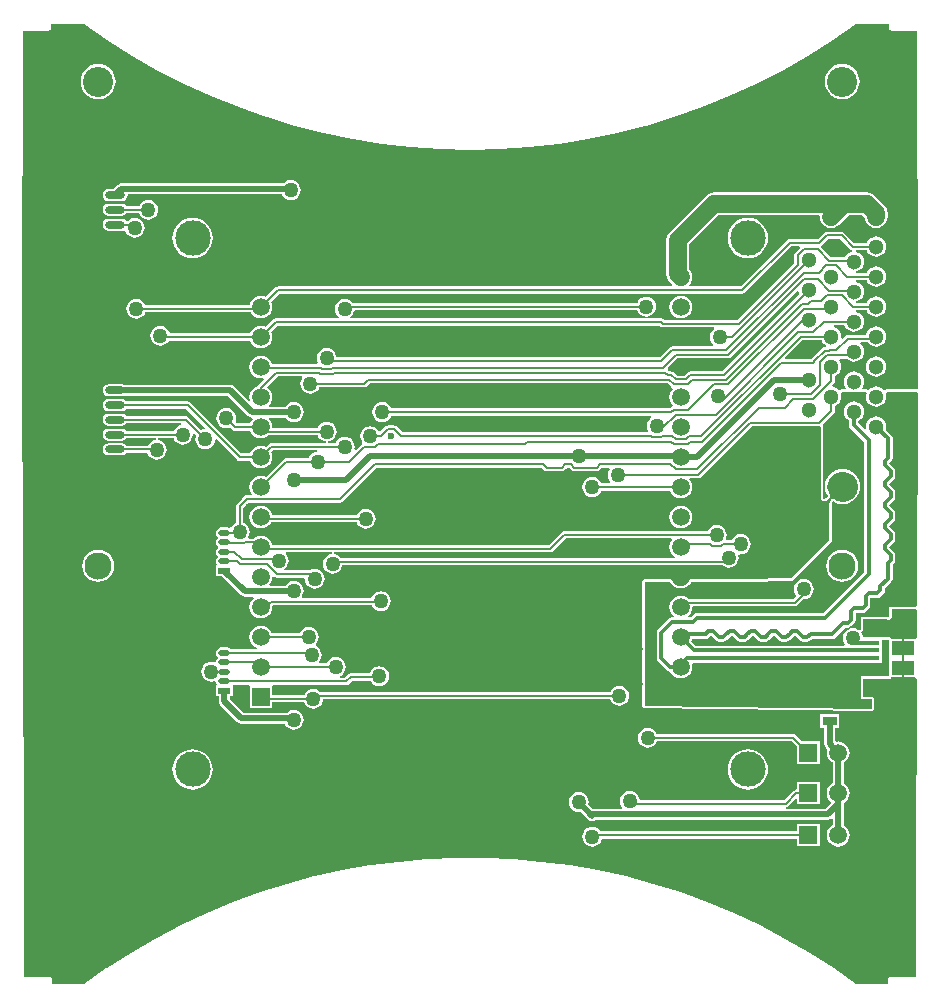
<source format=gbl>
%FSLAX42Y42*%
%MOMM*%
G71*
G01*
G75*
G04 Layer_Physical_Order=2*
G04 Layer_Color=16711680*
%ADD10C,0.20*%
%ADD11C,0.25*%
%ADD12C,1.50*%
%ADD13C,0.50*%
%ADD14C,1.30*%
%ADD15C,2.55*%
%ADD16C,2.30*%
%ADD17C,3.00*%
%ADD18R,1.50X1.50*%
%ADD19C,1.50*%
%ADD20R,1.50X1.50*%
%ADD21C,2.54*%
%ADD22C,1.27*%
%ADD23C,0.60*%
G04:AMPARAMS|DCode=24|XSize=0.61mm|YSize=1.7mm|CornerRadius=0.3mm|HoleSize=0mm|Usage=FLASHONLY|Rotation=90.000|XOffset=0mm|YOffset=0mm|HoleType=Round|Shape=RoundedRectangle|*
%AMROUNDEDRECTD24*
21,1,0.61,1.09,0,0,90.0*
21,1,0.00,1.70,0,0,90.0*
1,1,0.61,0.55,0.00*
1,1,0.61,0.55,0.00*
1,1,0.61,-0.55,0.00*
1,1,0.61,-0.55,0.00*
%
%ADD24ROUNDEDRECTD24*%
G04:AMPARAMS|DCode=25|XSize=2.82mm|YSize=1.02mm|CornerRadius=0.51mm|HoleSize=0mm|Usage=FLASHONLY|Rotation=0.000|XOffset=0mm|YOffset=0mm|HoleType=Round|Shape=RoundedRectangle|*
%AMROUNDEDRECTD25*
21,1,2.82,0.00,0,0,0.0*
21,1,1.80,1.02,0,0,0.0*
1,1,1.02,0.90,0.00*
1,1,1.02,-0.90,0.00*
1,1,1.02,-0.90,0.00*
1,1,1.02,0.90,0.00*
%
%ADD25ROUNDEDRECTD25*%
%ADD26R,1.70X0.46*%
%ADD27R,1.70X0.40*%
%ADD28R,2.11X1.50*%
%ADD29R,1.91X2.39*%
%ADD30R,1.91X1.19*%
%ADD31R,1.70X1.20*%
G04:AMPARAMS|DCode=32|XSize=0.5mm|YSize=1mm|CornerRadius=0.25mm|HoleSize=0mm|Usage=FLASHONLY|Rotation=270.000|XOffset=0mm|YOffset=0mm|HoleType=Round|Shape=RoundedRectangle|*
%AMROUNDEDRECTD32*
21,1,0.50,0.50,0,0,270.0*
21,1,0.00,1.00,0,0,270.0*
1,1,0.50,-0.25,0.00*
1,1,0.50,-0.25,0.00*
1,1,0.50,0.25,0.00*
1,1,0.50,0.25,0.00*
%
%ADD32ROUNDEDRECTD32*%
%ADD33R,1.00X0.50*%
%ADD34R,1.22X0.71*%
%ADD35C,0.38*%
G36*
X-1934Y1689D02*
X-1940Y1681D01*
X-1949Y1660D01*
X-1951Y1638D01*
X-1949Y1616D01*
X-1940Y1596D01*
X-1927Y1579D01*
X-1909Y1565D01*
X-1889Y1557D01*
X-1867Y1554D01*
X-1845Y1557D01*
X-1825Y1565D01*
X-1807Y1579D01*
X-1794Y1596D01*
X-1789Y1607D01*
X-1410D01*
X-1398Y1610D01*
X-1388Y1616D01*
X-1364Y1640D01*
X1158D01*
X1188Y1610D01*
X1197Y1604D01*
X1198Y1604D01*
X1199Y1600D01*
X1201Y1590D01*
X1187Y1572D01*
X1177Y1549D01*
X1174Y1524D01*
X1177Y1499D01*
X1187Y1476D01*
X1201Y1458D01*
X1199Y1448D01*
X1198Y1444D01*
X1197Y1444D01*
X1188Y1438D01*
X1178Y1428D01*
X-1179D01*
X-1184Y1439D01*
X-1198Y1457D01*
X-1215Y1470D01*
X-1235Y1479D01*
X-1257Y1482D01*
X-1279Y1479D01*
X-1300Y1470D01*
X-1317Y1457D01*
X-1331Y1439D01*
X-1339Y1419D01*
X-1342Y1397D01*
X-1339Y1375D01*
X-1331Y1355D01*
X-1317Y1337D01*
X-1300Y1324D01*
X-1279Y1315D01*
X-1257Y1312D01*
X-1235Y1315D01*
X-1215Y1324D01*
X-1198Y1337D01*
X-1184Y1355D01*
X-1179Y1366D01*
X1017D01*
X1021Y1353D01*
X1007Y1342D01*
X994Y1325D01*
X985Y1305D01*
X982Y1283D01*
X985Y1261D01*
X994Y1240D01*
X997Y1236D01*
X991Y1225D01*
X-1085D01*
X-1136Y1276D01*
X-1146Y1282D01*
X-1158Y1285D01*
X-1208D01*
X-1220Y1282D01*
X-1230Y1276D01*
X-1273Y1233D01*
X-1283Y1235D01*
X-1287Y1237D01*
X-1299Y1254D01*
X-1317Y1267D01*
X-1337Y1275D01*
X-1359Y1278D01*
X-1381Y1275D01*
X-1401Y1267D01*
X-1419Y1254D01*
X-1432Y1236D01*
X-1441Y1216D01*
X-1443Y1194D01*
X-1441Y1172D01*
X-1432Y1152D01*
X-1425Y1142D01*
X-1425Y1138D01*
X-1429Y1127D01*
X-1436Y1122D01*
X-1482Y1076D01*
X-1493Y1083D01*
X-1490Y1105D01*
X-1493Y1127D01*
X-1502Y1147D01*
X-1515Y1165D01*
X-1533Y1178D01*
X-1553Y1187D01*
X-1575Y1189D01*
X-1597Y1187D01*
X-1617Y1178D01*
X-1635Y1165D01*
X-1648Y1147D01*
X-1653Y1136D01*
X-1718D01*
X-1718Y1149D01*
X-1705Y1150D01*
X-1685Y1159D01*
X-1667Y1172D01*
X-1654Y1190D01*
X-1646Y1210D01*
X-1643Y1232D01*
X-1646Y1254D01*
X-1654Y1274D01*
X-1667Y1292D01*
X-1685Y1305D01*
X-1705Y1314D01*
X-1727Y1316D01*
X-1749Y1314D01*
X-1769Y1305D01*
X-1787Y1292D01*
X-1800Y1274D01*
X-1805Y1263D01*
X-2184D01*
X-2190Y1270D01*
X-2193Y1295D01*
X-2203Y1318D01*
X-2218Y1338D01*
X-2219Y1339D01*
X-2215Y1351D01*
X-2077D01*
X-2066Y1337D01*
X-2049Y1324D01*
X-2028Y1315D01*
X-2007Y1312D01*
X-1985Y1315D01*
X-1964Y1324D01*
X-1947Y1337D01*
X-1933Y1355D01*
X-1925Y1375D01*
X-1922Y1397D01*
X-1925Y1419D01*
X-1933Y1439D01*
X-1947Y1457D01*
X-1964Y1470D01*
X-1985Y1479D01*
X-2007Y1482D01*
X-2028Y1479D01*
X-2049Y1470D01*
X-2066Y1457D01*
X-2077Y1443D01*
X-2215D01*
X-2219Y1455D01*
X-2218Y1456D01*
X-2203Y1476D01*
X-2193Y1499D01*
X-2190Y1524D01*
X-2193Y1549D01*
X-2203Y1572D01*
X-2218Y1592D01*
X-2229Y1600D01*
X-2230Y1613D01*
X-2141Y1701D01*
X-1940D01*
X-1934Y1689D01*
D02*
G37*
G36*
X2269Y2418D02*
X2271Y2407D01*
X2276Y2395D01*
X1623Y1742D01*
X1352D01*
X1340Y1740D01*
X1330Y1733D01*
X1301Y1704D01*
X1239D01*
X1210Y1733D01*
X1200Y1740D01*
X1188Y1742D01*
X1172D01*
X1160Y1754D01*
X1159Y1754D01*
X1158Y1771D01*
X1239Y1852D01*
X1673D01*
X1685Y1855D01*
X1695Y1861D01*
X2256Y2423D01*
X2269Y2418D01*
D02*
G37*
G36*
X2470Y1993D02*
X2484Y1975D01*
X2501Y1961D01*
X2502Y1961D01*
X2499Y1948D01*
X2488D01*
X2476Y1946D01*
X2466Y1939D01*
X2387Y1860D01*
X2385Y1857D01*
X2375Y1847D01*
X2155D01*
X2150Y1859D01*
X2296Y2005D01*
X2465D01*
X2470Y1993D01*
D02*
G37*
G36*
X3257Y-270D02*
X3269Y-280D01*
X3270Y-282D01*
X3269Y-511D01*
X3265Y-522D01*
X3053D01*
X3053Y-522D01*
X3049Y-515D01*
X3042Y-510D01*
X3034Y-509D01*
X2973D01*
X2965Y-510D01*
X2965Y-511D01*
X2813D01*
X2811Y-495D01*
X2802Y-475D01*
X2800Y-472D01*
X2807Y-459D01*
X2807Y-459D01*
X2808Y-458D01*
X2808Y-458D01*
X2810Y-455D01*
X2812Y-452D01*
X2812Y-451D01*
X2812Y-451D01*
X2813Y-447D01*
X2813Y-444D01*
Y-360D01*
X3034D01*
X3042Y-358D01*
X3049Y-354D01*
X3053Y-347D01*
X3055Y-339D01*
Y-270D01*
X3257D01*
X3257Y-270D01*
D02*
G37*
G36*
X2719Y1571D02*
X2735Y1569D01*
X2751Y1571D01*
X2837Y1571D01*
X2845Y1558D01*
X2842Y1550D01*
X2839Y1528D01*
X2842Y1506D01*
X2851Y1485D01*
X2864Y1467D01*
X2882Y1453D01*
X2903Y1445D01*
X2925Y1442D01*
X2947Y1445D01*
X2968Y1453D01*
X2986Y1467D01*
X3000Y1485D01*
X3008Y1506D01*
X3011Y1528D01*
X3008Y1550D01*
X3005Y1558D01*
X3013Y1571D01*
X3267Y1571D01*
X3276Y1562D01*
X3270Y-178D01*
X3270Y-238D01*
X3265Y-249D01*
X3257Y-249D01*
X3034D01*
Y-339D01*
X2793D01*
Y-444D01*
X2780Y-450D01*
X2772Y-444D01*
X2751Y-435D01*
X2729Y-432D01*
X2707Y-435D01*
X2687Y-444D01*
X2669Y-457D01*
X2656Y-475D01*
X2648Y-495D01*
X2645Y-517D01*
X2648Y-539D01*
X2656Y-559D01*
X2662Y-567D01*
X2656Y-580D01*
X1398D01*
X1360Y-541D01*
X1363Y-533D01*
X1364Y-523D01*
X1480D01*
X1495Y-520D01*
X1508Y-511D01*
X1522Y-497D01*
X1526D01*
X1565Y-536D01*
X1578Y-545D01*
X1594Y-548D01*
X1632D01*
X1647Y-545D01*
X1660Y-536D01*
X1699Y-497D01*
X1704D01*
X1743Y-536D01*
X1756Y-545D01*
X1772Y-548D01*
X1810D01*
X1825Y-545D01*
X1838Y-536D01*
X1877Y-497D01*
X1882D01*
X1921Y-536D01*
X1934Y-545D01*
X1949Y-548D01*
X1988D01*
X2003Y-545D01*
X2016Y-536D01*
X2055Y-497D01*
X2060D01*
X2099Y-536D01*
X2112Y-545D01*
X2127Y-548D01*
X2165D01*
X2181Y-545D01*
X2194Y-536D01*
X2233Y-497D01*
X2238D01*
X2277Y-536D01*
X2290Y-545D01*
X2305Y-548D01*
X2343D01*
X2359Y-545D01*
X2372Y-536D01*
X2385Y-523D01*
X2553D01*
X2568Y-520D01*
X2581Y-511D01*
X2664Y-428D01*
X2683D01*
X2698Y-425D01*
X2711Y-417D01*
X2738Y-390D01*
X2747Y-377D01*
X2750Y-361D01*
Y-306D01*
X2753Y-303D01*
X2809D01*
X2824Y-300D01*
X2837Y-291D01*
X2864Y-264D01*
X2873Y-251D01*
X2876Y-236D01*
Y-180D01*
X2879Y-177D01*
X2934D01*
X2950Y-174D01*
X2963Y-165D01*
X2990Y-138D01*
X2998Y-125D01*
X3001Y-110D01*
Y-91D01*
X3051Y-41D01*
X3060Y-28D01*
X3063Y-13D01*
Y104D01*
X3076Y118D01*
X3085Y131D01*
X3088Y146D01*
Y184D01*
X3085Y200D01*
X3076Y213D01*
X3037Y252D01*
Y256D01*
X3076Y295D01*
X3085Y308D01*
X3088Y324D01*
Y362D01*
X3085Y377D01*
X3076Y390D01*
X3037Y429D01*
Y434D01*
X3076Y473D01*
X3085Y486D01*
X3088Y502D01*
Y540D01*
X3085Y555D01*
X3076Y568D01*
X3037Y607D01*
Y612D01*
X3076Y651D01*
X3085Y664D01*
X3088Y679D01*
Y718D01*
X3085Y733D01*
X3076Y746D01*
X3037Y785D01*
Y790D01*
X3076Y829D01*
X3085Y842D01*
X3088Y857D01*
Y895D01*
X3085Y911D01*
X3076Y924D01*
X3037Y963D01*
Y968D01*
X3051Y981D01*
X3060Y994D01*
X3063Y1010D01*
Y1177D01*
X3060Y1192D01*
X3051Y1205D01*
X3007Y1249D01*
X3008Y1252D01*
X3011Y1274D01*
X3008Y1296D01*
X3000Y1317D01*
X2986Y1335D01*
X2968Y1348D01*
X2947Y1357D01*
X2925Y1360D01*
X2903Y1357D01*
X2882Y1348D01*
X2864Y1335D01*
X2851Y1317D01*
X2842Y1296D01*
X2839Y1274D01*
X2841Y1259D01*
X2829Y1253D01*
X2775Y1307D01*
Y1325D01*
X2778Y1326D01*
X2796Y1340D01*
X2809Y1358D01*
X2818Y1379D01*
X2821Y1401D01*
X2818Y1423D01*
X2809Y1444D01*
X2796Y1462D01*
X2778Y1475D01*
X2757Y1484D01*
X2735Y1487D01*
X2713Y1484D01*
X2692Y1475D01*
X2674Y1462D01*
X2660Y1444D01*
X2652Y1423D01*
X2649Y1401D01*
X2652Y1379D01*
X2660Y1358D01*
X2674Y1340D01*
X2692Y1326D01*
X2695Y1325D01*
Y1290D01*
X2698Y1275D01*
X2707Y1262D01*
X2822Y1147D01*
Y46D01*
X2473Y-303D01*
X1410D01*
X1394Y-306D01*
X1381Y-315D01*
X1355Y-341D01*
X1334D01*
X1330Y-328D01*
X1338Y-322D01*
X1353Y-302D01*
X1363Y-279D01*
X1366Y-254D01*
X1372Y-247D01*
X2235D01*
X2247Y-244D01*
X2257Y-238D01*
X2309Y-186D01*
X2311Y-186D01*
X2333Y-183D01*
X2354Y-175D01*
X2371Y-161D01*
X2385Y-144D01*
X2393Y-123D01*
X2396Y-102D01*
X2393Y-80D01*
X2385Y-59D01*
X2371Y-42D01*
X2354Y-28D01*
X2333Y-20D01*
X2311Y-17D01*
X2290Y-20D01*
X2269Y-28D01*
X2252Y-42D01*
X2238Y-59D01*
X2230Y-80D01*
X2227Y-102D01*
X2230Y-123D01*
X2238Y-144D01*
X2249Y-158D01*
X2222Y-185D01*
X1337D01*
X1318Y-171D01*
X1295Y-161D01*
X1270Y-158D01*
X1245Y-161D01*
X1222Y-171D01*
X1202Y-186D01*
X1187Y-206D01*
X1177Y-229D01*
X1174Y-254D01*
X1177Y-279D01*
X1187Y-302D01*
X1202Y-322D01*
X1210Y-328D01*
X1206Y-341D01*
X1194D01*
X1178Y-344D01*
X1165Y-353D01*
X1077Y-442D01*
X1068Y-455D01*
X1065Y-470D01*
Y-686D01*
X1068Y-701D01*
X1077Y-714D01*
X1153Y-790D01*
X1166Y-799D01*
X1181Y-802D01*
X1183D01*
X1187Y-810D01*
X1202Y-830D01*
X1222Y-845D01*
X1245Y-855D01*
X1270Y-858D01*
X1295Y-855D01*
X1318Y-845D01*
X1338Y-830D01*
X1353Y-810D01*
X1363Y-787D01*
X1366Y-762D01*
X1363Y-739D01*
X1364Y-734D01*
X1370Y-726D01*
X2762D01*
Y-729D01*
X2973D01*
Y-643D01*
X2973D01*
Y-530D01*
X3034D01*
Y-677D01*
X3034Y-690D01*
X3034Y-695D01*
Y-841D01*
X2793D01*
Y-1031D01*
X2888D01*
Y-1108D01*
X2879Y-1117D01*
X964Y-1091D01*
Y-926D01*
X968Y-906D01*
X964Y-887D01*
Y-626D01*
X968Y-606D01*
X964Y-587D01*
X964Y-38D01*
X1183Y-38D01*
X1187Y-48D01*
X1202Y-68D01*
X1222Y-83D01*
X1245Y-93D01*
X1270Y-96D01*
X1295Y-93D01*
X1318Y-83D01*
X1338Y-68D01*
X1353Y-48D01*
X1357Y-38D01*
X1999Y-38D01*
X2006Y-31D01*
X2197D01*
X2209Y-29D01*
X2219Y-22D01*
X2540Y299D01*
X2547Y309D01*
X2549Y321D01*
Y631D01*
X2559Y642D01*
X2583Y629D01*
X2611Y621D01*
X2640Y618D01*
X2668Y621D01*
X2696Y629D01*
X2722Y643D01*
X2744Y661D01*
X2763Y684D01*
X2776Y709D01*
X2785Y737D01*
X2788Y766D01*
X2785Y795D01*
X2776Y823D01*
X2763Y848D01*
X2744Y871D01*
X2722Y889D01*
X2696Y903D01*
X2668Y911D01*
X2640Y914D01*
X2611Y911D01*
X2583Y903D01*
X2557Y889D01*
X2535Y871D01*
X2517Y848D01*
X2503Y823D01*
X2494Y795D01*
X2492Y766D01*
X2494Y737D01*
X2503Y709D01*
X2516Y686D01*
X2496Y666D01*
X2480Y665D01*
X2478Y667D01*
Y885D01*
X2478Y1298D01*
X2566Y1387D01*
X2573Y1397D01*
X2575Y1409D01*
Y1448D01*
X2587Y1453D01*
X2605Y1467D01*
X2619Y1485D01*
X2628Y1506D01*
X2630Y1528D01*
X2628Y1550D01*
X2624Y1558D01*
X2633Y1571D01*
X2719Y1571D01*
D02*
G37*
G36*
X1197Y316D02*
X1187Y302D01*
X1177Y279D01*
X1174Y254D01*
X1177Y229D01*
X1187Y206D01*
X1202Y186D01*
X1219Y173D01*
X1215Y160D01*
X-1606D01*
X-1617Y174D01*
X-1634Y188D01*
X-1655Y196D01*
X-1668Y198D01*
X-1667Y210D01*
X165D01*
X177Y213D01*
X187Y219D01*
X296Y328D01*
X1191D01*
X1197Y316D01*
D02*
G37*
G36*
X2705Y2776D02*
X2715Y2769D01*
X2722Y2768D01*
X2721Y2755D01*
X2713Y2754D01*
X2692Y2745D01*
X2674Y2732D01*
X2660Y2714D01*
X2659Y2710D01*
X2541D01*
X2459Y2792D01*
X2459Y2793D01*
X2462Y2808D01*
X2466Y2810D01*
X2518Y2862D01*
X2619D01*
X2705Y2776D01*
D02*
G37*
G36*
X3032Y4653D02*
X3033Y4648D01*
X3034Y4642D01*
X3034Y4642D01*
X3034Y4642D01*
X3037Y4638D01*
X3040Y4634D01*
X3040Y4634D01*
X3040Y4634D01*
X3045Y4631D01*
X3049Y4628D01*
X3049Y4628D01*
X3049Y4628D01*
X3054Y4627D01*
X3059Y4626D01*
X3270D01*
X3278Y2146D01*
X3276Y1603D01*
X3275Y1600D01*
X3267Y1592D01*
X3267Y1592D01*
X3013Y1592D01*
X3011Y1591D01*
X3009D01*
X3008Y1591D01*
X3006Y1590D01*
X3004Y1589D01*
X3002Y1588D01*
X2993Y1587D01*
X2988Y1588D01*
X2987Y1588D01*
X2985Y1589D01*
X2968Y1602D01*
X2947Y1611D01*
X2925Y1614D01*
X2903Y1611D01*
X2882Y1602D01*
X2865Y1589D01*
X2864Y1588D01*
X2862Y1588D01*
X2858Y1587D01*
X2848Y1588D01*
X2847Y1589D01*
X2845Y1590D01*
X2843Y1591D01*
X2841Y1591D01*
X2839D01*
X2837Y1592D01*
X2810D01*
X2804Y1604D01*
X2809Y1612D01*
X2818Y1633D01*
X2821Y1655D01*
X2818Y1677D01*
X2809Y1698D01*
X2796Y1716D01*
X2778Y1729D01*
X2757Y1738D01*
X2735Y1741D01*
X2713Y1738D01*
X2692Y1729D01*
X2674Y1716D01*
X2660Y1698D01*
X2652Y1677D01*
X2649Y1655D01*
X2652Y1633D01*
X2660Y1612D01*
X2666Y1604D01*
X2660Y1592D01*
X2633D01*
X2631Y1591D01*
X2629D01*
X2627Y1591D01*
X2625Y1590D01*
X2623Y1589D01*
X2621Y1588D01*
X2612Y1587D01*
X2608Y1588D01*
X2606Y1588D01*
X2605Y1589D01*
X2587Y1602D01*
X2567Y1611D01*
X2556Y1612D01*
X2551Y1626D01*
X2566Y1641D01*
X2573Y1651D01*
X2575Y1663D01*
Y1702D01*
X2587Y1707D01*
X2605Y1721D01*
X2619Y1739D01*
X2628Y1760D01*
X2630Y1782D01*
X2628Y1804D01*
X2619Y1825D01*
X2612Y1834D01*
X2619Y1846D01*
X2676D01*
X2692Y1834D01*
X2713Y1826D01*
X2735Y1823D01*
X2757Y1826D01*
X2778Y1834D01*
X2796Y1848D01*
X2809Y1866D01*
X2818Y1887D01*
X2821Y1909D01*
X2818Y1931D01*
X2809Y1952D01*
X2796Y1970D01*
X2788Y1976D01*
X2792Y1988D01*
X2854D01*
X2864Y1975D01*
X2882Y1961D01*
X2903Y1953D01*
X2925Y1950D01*
X2947Y1953D01*
X2968Y1961D01*
X2986Y1975D01*
X3000Y1993D01*
X3008Y2014D01*
X3011Y2036D01*
X3008Y2058D01*
X3000Y2079D01*
X2986Y2097D01*
X2968Y2110D01*
X2947Y2119D01*
X2925Y2122D01*
X2903Y2119D01*
X2882Y2110D01*
X2864Y2097D01*
X2851Y2079D01*
X2842Y2058D01*
X2841Y2050D01*
X2686D01*
X2674Y2048D01*
X2664Y2041D01*
X2641Y2018D01*
X2629Y2024D01*
X2630Y2036D01*
X2628Y2058D01*
X2619Y2079D01*
X2605Y2097D01*
X2587Y2110D01*
X2567Y2119D01*
X2565Y2119D01*
X2566Y2132D01*
X2655D01*
X2660Y2120D01*
X2674Y2102D01*
X2692Y2088D01*
X2713Y2080D01*
X2735Y2077D01*
X2757Y2080D01*
X2778Y2088D01*
X2796Y2102D01*
X2809Y2120D01*
X2818Y2141D01*
X2821Y2163D01*
X2818Y2185D01*
X2809Y2206D01*
X2796Y2224D01*
X2778Y2237D01*
X2757Y2246D01*
X2755Y2246D01*
X2756Y2259D01*
X2846D01*
X2851Y2247D01*
X2864Y2229D01*
X2882Y2215D01*
X2903Y2207D01*
X2925Y2204D01*
X2947Y2207D01*
X2968Y2215D01*
X2986Y2229D01*
X3000Y2247D01*
X3008Y2268D01*
X3011Y2290D01*
X3008Y2312D01*
X3000Y2333D01*
X2986Y2351D01*
X2968Y2364D01*
X2947Y2373D01*
X2925Y2376D01*
X2903Y2373D01*
X2882Y2364D01*
X2864Y2351D01*
X2851Y2333D01*
X2846Y2321D01*
X2756D01*
X2755Y2334D01*
X2757Y2334D01*
X2778Y2342D01*
X2796Y2356D01*
X2809Y2374D01*
X2818Y2395D01*
X2821Y2417D01*
X2818Y2439D01*
X2809Y2460D01*
X2796Y2478D01*
X2778Y2491D01*
X2757Y2500D01*
X2755Y2500D01*
X2756Y2513D01*
X2846D01*
X2851Y2501D01*
X2864Y2483D01*
X2882Y2469D01*
X2903Y2461D01*
X2925Y2458D01*
X2947Y2461D01*
X2968Y2469D01*
X2986Y2483D01*
X3000Y2501D01*
X3008Y2522D01*
X3011Y2544D01*
X3008Y2566D01*
X3000Y2587D01*
X2986Y2605D01*
X2968Y2618D01*
X2947Y2627D01*
X2925Y2630D01*
X2903Y2627D01*
X2882Y2618D01*
X2864Y2605D01*
X2851Y2587D01*
X2846Y2575D01*
X2756D01*
X2755Y2588D01*
X2757Y2588D01*
X2778Y2596D01*
X2796Y2610D01*
X2809Y2628D01*
X2818Y2649D01*
X2821Y2671D01*
X2818Y2693D01*
X2809Y2714D01*
X2796Y2732D01*
X2778Y2745D01*
X2757Y2754D01*
X2755Y2754D01*
X2756Y2767D01*
X2846D01*
X2851Y2755D01*
X2864Y2737D01*
X2882Y2723D01*
X2903Y2715D01*
X2925Y2712D01*
X2947Y2715D01*
X2968Y2723D01*
X2986Y2737D01*
X3000Y2755D01*
X3008Y2776D01*
X3011Y2798D01*
X3008Y2820D01*
X3000Y2841D01*
X2986Y2859D01*
X2968Y2872D01*
X2947Y2881D01*
X2925Y2884D01*
X2903Y2881D01*
X2882Y2872D01*
X2864Y2859D01*
X2851Y2841D01*
X2846Y2829D01*
X2740D01*
X2654Y2915D01*
X2644Y2922D01*
X2632Y2924D01*
X2505D01*
X2493Y2922D01*
X2483Y2915D01*
X2431Y2863D01*
X2191D01*
X2179Y2861D01*
X2169Y2854D01*
X1778Y2463D01*
X1345D01*
X1340Y2475D01*
X1353Y2492D01*
X1363Y2515D01*
X1366Y2540D01*
X1363Y2565D01*
X1353Y2588D01*
X1341Y2604D01*
Y2818D01*
X1589Y3066D01*
X2441D01*
X2449Y3057D01*
X2448Y3052D01*
X2452Y3027D01*
X2461Y3004D01*
X2476Y2984D01*
X2496Y2969D01*
X2520Y2959D01*
X2544Y2956D01*
X2569Y2959D01*
X2592Y2969D01*
X2612Y2984D01*
X2695Y3066D01*
X2805D01*
X2831Y3041D01*
X2832Y3027D01*
X2842Y3004D01*
X2857Y2984D01*
X2877Y2969D01*
X2900Y2959D01*
X2925Y2956D01*
X2950Y2959D01*
X2973Y2969D01*
X2993Y2984D01*
X3008Y3004D01*
X3018Y3027D01*
X3021Y3052D01*
Y3082D01*
X3018Y3107D01*
X3014Y3116D01*
X3008Y3130D01*
X2993Y3150D01*
X2913Y3230D01*
X2893Y3246D01*
X2879Y3251D01*
X2870Y3255D01*
X2845Y3258D01*
X1549D01*
X1525Y3255D01*
X1501Y3246D01*
X1481Y3230D01*
X1177Y2925D01*
X1161Y2906D01*
X1156Y2892D01*
X1152Y2882D01*
X1148Y2858D01*
Y2565D01*
X1152Y2541D01*
X1156Y2531D01*
X1161Y2517D01*
X1177Y2497D01*
X1199Y2475D01*
X1194Y2463D01*
X-2140D01*
X-2152Y2460D01*
X-2162Y2453D01*
X-2244Y2372D01*
X-2261Y2379D01*
X-2286Y2382D01*
X-2311Y2379D01*
X-2334Y2369D01*
X-2354Y2354D01*
X-2369Y2334D01*
X-2379Y2311D01*
X-2380Y2304D01*
X-3262D01*
X-3267Y2316D01*
X-3280Y2333D01*
X-3298Y2347D01*
X-3318Y2355D01*
X-3340Y2358D01*
X-3362Y2355D01*
X-3382Y2347D01*
X-3400Y2333D01*
X-3413Y2316D01*
X-3422Y2295D01*
X-3425Y2273D01*
X-3422Y2251D01*
X-3413Y2231D01*
X-3400Y2214D01*
X-3382Y2200D01*
X-3362Y2192D01*
X-3340Y2189D01*
X-3318Y2192D01*
X-3298Y2200D01*
X-3280Y2214D01*
X-3267Y2231D01*
X-3262Y2242D01*
X-2371D01*
X-2369Y2238D01*
X-2354Y2218D01*
X-2334Y2203D01*
X-2311Y2193D01*
X-2286Y2190D01*
X-2261Y2193D01*
X-2238Y2203D01*
X-2218Y2218D01*
X-2203Y2238D01*
X-2193Y2261D01*
X-2190Y2286D01*
X-2193Y2311D01*
X-2200Y2328D01*
X-2128Y2401D01*
X1790D01*
X1802Y2403D01*
X1812Y2410D01*
X2204Y2801D01*
X2275D01*
X2280Y2788D01*
X2237Y2745D01*
X2230Y2735D01*
X2228Y2723D01*
Y2658D01*
X1747Y2177D01*
X1130D01*
X1127Y2181D01*
X1117Y2188D01*
X1105Y2190D01*
X-1525D01*
X-1529Y2203D01*
X-1515Y2214D01*
X-1502Y2231D01*
X-1493Y2251D01*
X-1492Y2260D01*
X901D01*
X906Y2249D01*
X919Y2231D01*
X937Y2218D01*
X957Y2209D01*
X979Y2206D01*
X1001Y2209D01*
X1021Y2218D01*
X1039Y2231D01*
X1052Y2249D01*
X1061Y2269D01*
X1064Y2291D01*
X1061Y2313D01*
X1052Y2333D01*
X1039Y2351D01*
X1021Y2364D01*
X1001Y2373D01*
X979Y2375D01*
X957Y2373D01*
X937Y2364D01*
X919Y2351D01*
X906Y2333D01*
X901Y2322D01*
X-1506D01*
X-1515Y2333D01*
X-1533Y2347D01*
X-1553Y2355D01*
X-1575Y2358D01*
X-1597Y2355D01*
X-1617Y2347D01*
X-1635Y2333D01*
X-1648Y2316D01*
X-1656Y2295D01*
X-1659Y2273D01*
X-1656Y2251D01*
X-1648Y2231D01*
X-1635Y2214D01*
X-1620Y2203D01*
X-1624Y2190D01*
X-2159D01*
X-2171Y2188D01*
X-2181Y2181D01*
X-2244Y2118D01*
X-2261Y2125D01*
X-2286Y2128D01*
X-2311Y2125D01*
X-2334Y2115D01*
X-2354Y2100D01*
X-2369Y2080D01*
X-2376Y2063D01*
X-3055D01*
X-3055Y2067D01*
X-3064Y2087D01*
X-3077Y2104D01*
X-3095Y2118D01*
X-3115Y2126D01*
X-3137Y2129D01*
X-3159Y2126D01*
X-3179Y2118D01*
X-3197Y2104D01*
X-3210Y2087D01*
X-3219Y2067D01*
X-3221Y2045D01*
X-3219Y2023D01*
X-3210Y2002D01*
X-3197Y1985D01*
X-3179Y1971D01*
X-3159Y1963D01*
X-3137Y1960D01*
X-3115Y1963D01*
X-3095Y1971D01*
X-3077Y1985D01*
X-3065Y2001D01*
X-2376D01*
X-2369Y1984D01*
X-2354Y1964D01*
X-2334Y1949D01*
X-2311Y1939D01*
X-2286Y1936D01*
X-2261Y1939D01*
X-2238Y1949D01*
X-2218Y1964D01*
X-2203Y1984D01*
X-2193Y2007D01*
X-2190Y2032D01*
X-2193Y2057D01*
X-2200Y2074D01*
X-2146Y2128D01*
X1092D01*
X1096Y2124D01*
X1106Y2118D01*
X1118Y2115D01*
X1551D01*
X1555Y2103D01*
X1540Y2092D01*
X1527Y2074D01*
X1519Y2054D01*
X1516Y2032D01*
X1519Y2010D01*
X1527Y1990D01*
X1540Y1972D01*
X1547Y1967D01*
X1543Y1955D01*
X1198D01*
X1186Y1952D01*
X1176Y1945D01*
X1092Y1861D01*
X-1644D01*
X-1646Y1876D01*
X-1654Y1896D01*
X-1667Y1914D01*
X-1685Y1927D01*
X-1705Y1936D01*
X-1727Y1939D01*
X-1749Y1936D01*
X-1769Y1927D01*
X-1787Y1914D01*
X-1800Y1896D01*
X-1809Y1876D01*
X-1812Y1854D01*
X-1809Y1832D01*
X-1802Y1817D01*
X-1809Y1804D01*
X-2194D01*
X-2203Y1826D01*
X-2218Y1846D01*
X-2238Y1861D01*
X-2261Y1871D01*
X-2286Y1874D01*
X-2311Y1871D01*
X-2334Y1861D01*
X-2354Y1846D01*
X-2369Y1826D01*
X-2379Y1803D01*
X-2382Y1778D01*
X-2379Y1753D01*
X-2369Y1730D01*
X-2354Y1710D01*
X-2334Y1695D01*
X-2311Y1685D01*
X-2286Y1682D01*
X-2263Y1685D01*
X-2259Y1681D01*
X-2257Y1673D01*
X-2308Y1622D01*
X-2311Y1617D01*
X-2334Y1607D01*
X-2354Y1592D01*
X-2369Y1572D01*
X-2379Y1549D01*
X-2382Y1524D01*
X-2379Y1499D01*
X-2377Y1495D01*
X-2388Y1488D01*
X-2515Y1615D01*
X-2530Y1625D01*
X-2548Y1629D01*
X-2548Y1629D01*
X-3442D01*
X-3445Y1630D01*
X-3464Y1634D01*
X-3574D01*
X-3593Y1630D01*
X-3610Y1619D01*
X-3621Y1602D01*
X-3625Y1582D01*
X-3621Y1563D01*
X-3610Y1546D01*
X-3593Y1535D01*
X-3574Y1531D01*
X-3464D01*
X-3445Y1535D01*
X-3442Y1536D01*
X-2567D01*
X-2395Y1364D01*
X-2395Y1364D01*
X-2380Y1354D01*
X-2362Y1351D01*
X-2362Y1351D01*
X-2357D01*
X-2353Y1339D01*
X-2354Y1338D01*
X-2369Y1318D01*
X-2376Y1301D01*
X-2489D01*
X-2501Y1313D01*
X-2496Y1324D01*
X-2494Y1346D01*
X-2496Y1368D01*
X-2505Y1388D01*
X-2518Y1406D01*
X-2536Y1419D01*
X-2556Y1428D01*
X-2578Y1431D01*
X-2600Y1428D01*
X-2620Y1419D01*
X-2638Y1406D01*
X-2651Y1388D01*
X-2660Y1368D01*
X-2663Y1346D01*
X-2660Y1324D01*
X-2651Y1304D01*
X-2638Y1286D01*
X-2620Y1273D01*
X-2600Y1265D01*
X-2578Y1262D01*
X-2556Y1265D01*
X-2545Y1269D01*
X-2524Y1248D01*
X-2514Y1241D01*
X-2502Y1239D01*
X-2376D01*
X-2369Y1222D01*
X-2354Y1202D01*
X-2334Y1187D01*
X-2311Y1177D01*
X-2286Y1174D01*
X-2261Y1177D01*
X-2238Y1187D01*
X-2219Y1201D01*
X-1805D01*
X-1800Y1190D01*
X-1787Y1172D01*
X-1769Y1159D01*
X-1749Y1150D01*
X-1736Y1149D01*
X-1737Y1136D01*
X-2197D01*
X-2209Y1133D01*
X-2219Y1127D01*
X-2244Y1102D01*
X-2261Y1109D01*
X-2286Y1112D01*
X-2311Y1109D01*
X-2334Y1099D01*
X-2354Y1084D01*
X-2369Y1064D01*
X-2376Y1047D01*
X-2451D01*
X-2883Y1479D01*
X-2893Y1486D01*
X-2905Y1488D01*
X-3424D01*
X-3428Y1494D01*
X-3445Y1505D01*
X-3464Y1509D01*
X-3574D01*
X-3593Y1505D01*
X-3610Y1494D01*
X-3621Y1477D01*
X-3625Y1457D01*
X-3621Y1438D01*
X-3610Y1421D01*
X-3593Y1410D01*
X-3574Y1406D01*
X-3464D01*
X-3445Y1410D01*
X-3428Y1421D01*
X-3424Y1427D01*
X-2918D01*
X-2757Y1265D01*
X-2762Y1252D01*
X-2778Y1250D01*
X-2789Y1245D01*
X-2898Y1354D01*
X-2908Y1361D01*
X-2920Y1363D01*
X-3424D01*
X-3428Y1369D01*
X-3445Y1380D01*
X-3464Y1384D01*
X-3574D01*
X-3593Y1380D01*
X-3610Y1369D01*
X-3621Y1352D01*
X-3625Y1332D01*
X-3621Y1313D01*
X-3610Y1296D01*
X-3593Y1285D01*
X-3574Y1281D01*
X-3464D01*
X-3445Y1285D01*
X-3428Y1296D01*
X-3424Y1302D01*
X-2964D01*
X-2963Y1289D01*
X-2968Y1288D01*
X-2989Y1280D01*
X-3006Y1266D01*
X-3020Y1249D01*
X-3024Y1237D01*
X-3424D01*
X-3428Y1243D01*
X-3445Y1254D01*
X-3464Y1258D01*
X-3574D01*
X-3593Y1254D01*
X-3610Y1243D01*
X-3621Y1226D01*
X-3625Y1206D01*
X-3621Y1187D01*
X-3610Y1170D01*
X-3593Y1159D01*
X-3574Y1155D01*
X-3464D01*
X-3445Y1159D01*
X-3428Y1170D01*
X-3424Y1176D01*
X-3177D01*
X-3176Y1163D01*
X-3189Y1161D01*
X-3210Y1153D01*
X-3227Y1139D01*
X-3241Y1122D01*
X-3244Y1113D01*
X-3424D01*
X-3428Y1119D01*
X-3445Y1130D01*
X-3464Y1134D01*
X-3574D01*
X-3593Y1130D01*
X-3610Y1119D01*
X-3621Y1102D01*
X-3625Y1082D01*
X-3621Y1062D01*
X-3610Y1045D01*
X-3593Y1034D01*
X-3574Y1030D01*
X-3464D01*
X-3445Y1034D01*
X-3428Y1045D01*
X-3424Y1051D01*
X-3246D01*
X-3241Y1037D01*
X-3227Y1020D01*
X-3210Y1006D01*
X-3189Y998D01*
X-3167Y995D01*
X-3145Y998D01*
X-3125Y1006D01*
X-3108Y1020D01*
X-3094Y1037D01*
X-3086Y1058D01*
X-3083Y1080D01*
X-3086Y1101D01*
X-3094Y1122D01*
X-3108Y1139D01*
X-3125Y1153D01*
X-3145Y1161D01*
X-3159Y1163D01*
X-3158Y1176D01*
X-3024D01*
X-3020Y1164D01*
X-3006Y1147D01*
X-2989Y1133D01*
X-2968Y1125D01*
X-2946Y1122D01*
X-2925Y1125D01*
X-2904Y1133D01*
X-2887Y1147D01*
X-2873Y1164D01*
X-2865Y1185D01*
X-2862Y1206D01*
X-2863Y1214D01*
X-2851Y1220D01*
X-2833Y1202D01*
X-2838Y1190D01*
X-2840Y1168D01*
X-2838Y1147D01*
X-2829Y1126D01*
X-2816Y1109D01*
X-2798Y1095D01*
X-2778Y1087D01*
X-2756Y1084D01*
X-2734Y1087D01*
X-2714Y1095D01*
X-2696Y1109D01*
X-2683Y1126D01*
X-2674Y1147D01*
X-2672Y1163D01*
X-2659Y1167D01*
X-2486Y994D01*
X-2476Y987D01*
X-2464Y985D01*
X-2376D01*
X-2369Y968D01*
X-2354Y948D01*
X-2334Y933D01*
X-2311Y923D01*
X-2286Y920D01*
X-2261Y923D01*
X-2238Y933D01*
X-2218Y948D01*
X-2203Y968D01*
X-2193Y991D01*
X-2190Y1016D01*
X-2193Y1041D01*
X-2200Y1058D01*
X-2184Y1074D01*
X-1813D01*
X-1812Y1061D01*
X-1825Y1060D01*
X-1846Y1051D01*
X-1863Y1038D01*
X-1877Y1020D01*
X-1881Y1009D01*
X-2070D01*
X-2082Y1006D01*
X-2092Y1000D01*
X-2244Y848D01*
X-2261Y855D01*
X-2286Y858D01*
X-2311Y855D01*
X-2334Y845D01*
X-2354Y830D01*
X-2369Y810D01*
X-2379Y787D01*
X-2382Y762D01*
X-2379Y737D01*
X-2369Y714D01*
X-2362Y704D01*
X-2368Y691D01*
X-2413D01*
X-2425Y689D01*
X-2435Y682D01*
X-2442Y672D01*
X-2444Y662D01*
X-2486Y620D01*
X-2492Y610D01*
X-2495Y598D01*
Y459D01*
X-2506Y454D01*
X-2524Y441D01*
X-2537Y423D01*
X-2538Y420D01*
X-2551Y416D01*
X-2551Y417D01*
X-2569Y420D01*
X-2619D01*
X-2637Y417D01*
X-2652Y407D01*
X-2662Y392D01*
X-2665Y374D01*
X-2662Y356D01*
X-2652Y341D01*
X-2650Y340D01*
Y330D01*
X-2652Y326D01*
X-2662Y312D01*
X-2665Y294D01*
X-2662Y276D01*
X-2652Y261D01*
X-2650Y260D01*
Y250D01*
X-2652Y246D01*
X-2662Y232D01*
X-2665Y214D01*
X-2662Y196D01*
X-2652Y182D01*
X-2650Y178D01*
Y168D01*
X-2652Y167D01*
X-2662Y152D01*
X-2665Y134D01*
X-2662Y116D01*
X-2659Y112D01*
X-2664Y99D01*
X-2664D01*
Y9D01*
X-2614D01*
X-2452Y-153D01*
X-2452Y-153D01*
X-2437Y-163D01*
X-2420Y-167D01*
X-2349D01*
X-2345Y-179D01*
X-2354Y-186D01*
X-2369Y-206D01*
X-2379Y-229D01*
X-2382Y-254D01*
X-2379Y-279D01*
X-2369Y-302D01*
X-2354Y-322D01*
X-2334Y-337D01*
X-2311Y-347D01*
X-2286Y-350D01*
X-2261Y-347D01*
X-2238Y-337D01*
X-2218Y-322D01*
X-2203Y-302D01*
X-2193Y-279D01*
X-2190Y-254D01*
X-2190Y-250D01*
X-2180Y-239D01*
X-1346D01*
X-1343Y-245D01*
X-1330Y-263D01*
X-1312Y-276D01*
X-1292Y-285D01*
X-1270Y-288D01*
X-1248Y-285D01*
X-1228Y-276D01*
X-1210Y-263D01*
X-1197Y-245D01*
X-1188Y-225D01*
X-1185Y-203D01*
X-1188Y-181D01*
X-1197Y-161D01*
X-1210Y-143D01*
X-1228Y-130D01*
X-1248Y-122D01*
X-1270Y-119D01*
X-1292Y-122D01*
X-1312Y-130D01*
X-1330Y-143D01*
X-1343Y-161D01*
X-1350Y-177D01*
X-1933D01*
X-1939Y-165D01*
X-1933Y-157D01*
X-1925Y-136D01*
X-1922Y-114D01*
X-1925Y-92D01*
X-1933Y-72D01*
X-1947Y-55D01*
X-1964Y-41D01*
X-1985Y-33D01*
X-2007Y-30D01*
X-2028Y-33D01*
X-2049Y-41D01*
X-2066Y-55D01*
X-2080Y-72D01*
X-2081Y-74D01*
X-2207D01*
X-2213Y-61D01*
X-2203Y-48D01*
X-2193Y-25D01*
X-2190Y0D01*
X-2190Y3D01*
X-2179Y9D01*
X-2174Y4D01*
X-2164Y-3D01*
X-2152Y-6D01*
X-1920D01*
X-1913Y-13D01*
X-1910Y-35D01*
X-1902Y-55D01*
X-1889Y-72D01*
X-1871Y-86D01*
X-1851Y-94D01*
X-1829Y-97D01*
X-1807Y-94D01*
X-1787Y-86D01*
X-1769Y-72D01*
X-1756Y-55D01*
X-1747Y-35D01*
X-1744Y-13D01*
X-1747Y9D01*
X-1756Y30D01*
X-1769Y47D01*
X-1787Y61D01*
X-1807Y69D01*
X-1829Y72D01*
X-1851Y69D01*
X-1871Y61D01*
X-1877Y56D01*
X-2084D01*
X-2088Y69D01*
X-2074Y80D01*
X-2060Y97D01*
X-2052Y118D01*
X-2049Y140D01*
X-2052Y162D01*
X-2060Y182D01*
X-2072Y198D01*
X-2069Y210D01*
X-1686D01*
X-1685Y198D01*
X-1698Y196D01*
X-1719Y188D01*
X-1736Y174D01*
X-1750Y157D01*
X-1758Y136D01*
X-1761Y114D01*
X-1758Y92D01*
X-1750Y72D01*
X-1736Y55D01*
X-1719Y41D01*
X-1698Y33D01*
X-1676Y30D01*
X-1655Y33D01*
X-1634Y41D01*
X-1617Y55D01*
X-1603Y72D01*
X-1595Y92D01*
X-1594Y99D01*
X1625D01*
X1634Y92D01*
X1655Y83D01*
X1676Y81D01*
X1698Y83D01*
X1719Y92D01*
X1736Y105D01*
X1750Y123D01*
X1758Y143D01*
X1761Y165D01*
X1758Y185D01*
X1763Y191D01*
X1768Y196D01*
X1778Y195D01*
X1800Y198D01*
X1820Y206D01*
X1838Y220D01*
X1851Y237D01*
X1860Y258D01*
X1863Y279D01*
X1860Y301D01*
X1851Y322D01*
X1838Y339D01*
X1820Y353D01*
X1800Y361D01*
X1778Y364D01*
X1756Y361D01*
X1736Y353D01*
X1718Y339D01*
X1705Y322D01*
X1700Y310D01*
X1661D01*
X1652Y323D01*
X1656Y334D01*
X1659Y356D01*
X1656Y377D01*
X1648Y398D01*
X1635Y415D01*
X1617Y429D01*
X1597Y437D01*
X1575Y440D01*
X1553Y437D01*
X1533Y429D01*
X1515Y415D01*
X1502Y398D01*
X1498Y390D01*
X287D01*
X284Y391D01*
X272Y388D01*
X262Y382D01*
X152Y272D01*
X-2192D01*
X-2193Y279D01*
X-2203Y302D01*
X-2218Y322D01*
X-2238Y337D01*
X-2261Y347D01*
X-2286Y350D01*
X-2311Y347D01*
X-2334Y337D01*
X-2350Y325D01*
X-2387D01*
X-2392Y336D01*
X-2391Y339D01*
X-2382Y359D01*
X-2379Y381D01*
X-2382Y403D01*
X-2391Y423D01*
X-2404Y441D01*
X-2422Y454D01*
X-2433Y459D01*
Y585D01*
X-2393Y626D01*
X-2242D01*
X-2231Y628D01*
X-2228Y629D01*
X-1613D01*
X-1601Y632D01*
X-1591Y639D01*
X-1307Y923D01*
X-258D01*
X-246Y925D01*
X-245Y927D01*
X91D01*
X112Y905D01*
X122Y899D01*
X134Y896D01*
X265D01*
X277Y899D01*
X287Y905D01*
X305Y923D01*
X329D01*
X347Y905D01*
X357Y899D01*
X369Y896D01*
X559D01*
X571Y899D01*
X581Y905D01*
X602Y927D01*
X663D01*
X669Y914D01*
X663Y906D01*
X655Y885D01*
X652Y864D01*
X655Y842D01*
X663Y821D01*
X675Y806D01*
X672Y793D01*
X599D01*
X594Y804D01*
X580Y822D01*
X563Y835D01*
X543Y844D01*
X521Y847D01*
X499Y844D01*
X478Y835D01*
X461Y822D01*
X447Y804D01*
X439Y784D01*
X436Y762D01*
X439Y740D01*
X447Y720D01*
X461Y702D01*
X478Y689D01*
X499Y680D01*
X521Y677D01*
X543Y680D01*
X563Y689D01*
X580Y702D01*
X594Y720D01*
X599Y731D01*
X1180D01*
X1187Y714D01*
X1202Y694D01*
X1222Y679D01*
X1245Y669D01*
X1270Y666D01*
X1295Y669D01*
X1318Y679D01*
X1338Y694D01*
X1353Y714D01*
X1363Y737D01*
X1366Y762D01*
X1363Y787D01*
X1353Y810D01*
X1343Y824D01*
X1349Y836D01*
X1420D01*
X1431Y839D01*
X1442Y845D01*
X1873Y1277D01*
X2444D01*
X2444Y1277D01*
X2457Y1267D01*
X2457Y885D01*
Y667D01*
X2457Y667D01*
X2457Y666D01*
X2458Y663D01*
X2459Y660D01*
X2459Y659D01*
X2459Y658D01*
X2461Y655D01*
X2463Y653D01*
X2464Y652D01*
X2465Y652D01*
X2467Y649D01*
X2470Y648D01*
X2473Y646D01*
X2474Y646D01*
X2474Y646D01*
X2478Y645D01*
X2481Y645D01*
X2497Y645D01*
X2501Y646D01*
X2504Y647D01*
X2505Y647D01*
X2505Y647D01*
X2508Y650D01*
X2511Y652D01*
X2530Y671D01*
X2531Y672D01*
X2532Y672D01*
X2533Y675D01*
X2535Y678D01*
X2535Y679D01*
X2535Y680D01*
X2536Y683D01*
X2536Y686D01*
X2536Y687D01*
X2536Y688D01*
X2535Y690D01*
X2535Y693D01*
X2534Y694D01*
X2534Y695D01*
X2522Y717D01*
X2515Y741D01*
X2512Y766D01*
X2515Y791D01*
X2522Y815D01*
X2534Y837D01*
X2550Y856D01*
X2569Y872D01*
X2591Y883D01*
X2615Y891D01*
X2640Y893D01*
X2664Y891D01*
X2688Y883D01*
X2710Y872D01*
X2730Y856D01*
X2745Y837D01*
X2757Y815D01*
X2764Y791D01*
X2767Y766D01*
X2764Y741D01*
X2757Y717D01*
X2745Y695D01*
X2730Y676D01*
X2710Y660D01*
X2688Y648D01*
X2664Y641D01*
X2640Y639D01*
X2615Y641D01*
X2591Y648D01*
X2569Y660D01*
X2568Y660D01*
X2567Y661D01*
X2564Y662D01*
X2561Y662D01*
X2560Y662D01*
X2559Y663D01*
X2556Y662D01*
X2553Y662D01*
X2552Y661D01*
X2551Y661D01*
X2549Y659D01*
X2546Y658D01*
X2545Y657D01*
X2545Y656D01*
X2534Y646D01*
X2534Y646D01*
X2530Y639D01*
X2528Y631D01*
X2528Y631D01*
Y323D01*
X2527Y317D01*
X2524Y312D01*
X2206Y-6D01*
X2201Y-9D01*
X2195Y-10D01*
X2006D01*
X2006Y-10D01*
X1998Y-12D01*
X1992Y-16D01*
X1992Y-16D01*
X1990Y-17D01*
X1357Y-17D01*
X1349Y-19D01*
X1343Y-23D01*
X1338Y-30D01*
X1335Y-38D01*
X1323Y-53D01*
X1308Y-65D01*
X1289Y-73D01*
X1270Y-75D01*
X1251Y-73D01*
X1232Y-65D01*
X1217Y-53D01*
X1205Y-38D01*
X1202Y-30D01*
X1197Y-23D01*
X1195Y-22D01*
X1191Y-19D01*
X1183Y-17D01*
X964Y-17D01*
X956Y-19D01*
X950Y-23D01*
X945Y-30D01*
X944Y-38D01*
X944Y-587D01*
X944Y-589D01*
Y-591D01*
X947Y-606D01*
X944Y-622D01*
Y-624D01*
X944Y-626D01*
Y-887D01*
X944Y-889D01*
Y-891D01*
X947Y-906D01*
X944Y-922D01*
Y-924D01*
X944Y-926D01*
Y-1091D01*
X944Y-1095D01*
X945Y-1099D01*
X945Y-1099D01*
X945Y-1099D01*
X947Y-1102D01*
X949Y-1105D01*
X950Y-1105D01*
X950Y-1106D01*
X953Y-1108D01*
X956Y-1110D01*
X956Y-1110D01*
X956Y-1110D01*
X960Y-1111D01*
X964Y-1112D01*
X2878Y-1137D01*
X2878Y-1137D01*
X2878Y-1137D01*
X2882Y-1137D01*
X2886Y-1136D01*
X2886Y-1136D01*
X2886Y-1136D01*
X2890Y-1134D01*
X2893Y-1131D01*
X2893Y-1131D01*
X2893Y-1131D01*
X2902Y-1122D01*
X2902Y-1122D01*
X2902Y-1122D01*
X2904Y-1119D01*
X2907Y-1116D01*
X2907Y-1116D01*
X2907Y-1116D01*
X2907Y-1112D01*
X2908Y-1108D01*
X2908Y-1108D01*
X2908Y-1108D01*
Y-1031D01*
X2907Y-1023D01*
X2902Y-1016D01*
X2895Y-1012D01*
X2888Y-1010D01*
X2813D01*
Y-861D01*
X3034D01*
X3042Y-860D01*
X3049Y-855D01*
X3052Y-850D01*
X3255D01*
X3268Y-861D01*
X3263Y-2504D01*
X3263Y-2504D01*
X3263Y-2504D01*
X3262Y-3384D01*
X3051D01*
X3051Y-3384D01*
X3051Y-3384D01*
X3046Y-3385D01*
X3041Y-3386D01*
X3041Y-3386D01*
X3041Y-3386D01*
X3036Y-3389D01*
X3032Y-3392D01*
X3032Y-3392D01*
X3032Y-3392D01*
X3029Y-3396D01*
X3026Y-3401D01*
X3026Y-3401D01*
X3026Y-3401D01*
X3025Y-3406D01*
X3024Y-3411D01*
X3024Y-3411D01*
X3024Y-3411D01*
X3024Y-3436D01*
X3015Y-3445D01*
X2756D01*
X2566Y-3312D01*
X2566Y-3311D01*
X2565Y-3311D01*
X2362Y-3181D01*
X2362Y-3181D01*
X2361Y-3181D01*
X2153Y-3060D01*
X2152Y-3060D01*
X2152Y-3060D01*
X1939Y-2948D01*
X1938Y-2948D01*
X1938Y-2948D01*
X1720Y-2846D01*
X1719Y-2846D01*
X1719Y-2845D01*
X1496Y-2753D01*
X1496Y-2753D01*
X1495Y-2753D01*
X1269Y-2670D01*
X1269Y-2670D01*
X1268Y-2670D01*
X1039Y-2597D01*
X1038Y-2597D01*
X1037Y-2597D01*
X805Y-2534D01*
X804Y-2534D01*
X804Y-2534D01*
X569Y-2482D01*
X568Y-2482D01*
X568Y-2482D01*
X331Y-2440D01*
X330Y-2440D01*
X330Y-2440D01*
X91Y-2408D01*
X91Y-2408D01*
X90Y-2408D01*
X-150Y-2387D01*
X-150Y-2387D01*
X-151Y-2387D01*
X-391Y-2376D01*
X-392Y-2376D01*
X-393Y-2376D01*
X-633D01*
X-634Y-2376D01*
X-634Y-2376D01*
X-875Y-2387D01*
X-875Y-2387D01*
X-876Y-2387D01*
X-1116Y-2408D01*
X-1116Y-2408D01*
X-1117Y-2408D01*
X-1355Y-2440D01*
X-1356Y-2440D01*
X-1357Y-2440D01*
X-1594Y-2482D01*
X-1594Y-2482D01*
X-1595Y-2482D01*
X-1830Y-2534D01*
X-1830Y-2534D01*
X-1831Y-2534D01*
X-2063Y-2597D01*
X-2064Y-2597D01*
X-2064Y-2597D01*
X-2294Y-2670D01*
X-2294Y-2670D01*
X-2295Y-2670D01*
X-2521Y-2753D01*
X-2522Y-2753D01*
X-2522Y-2753D01*
X-2744Y-2845D01*
X-2745Y-2846D01*
X-2745Y-2846D01*
X-2963Y-2948D01*
X-2964Y-2948D01*
X-2964Y-2948D01*
X-3178Y-3060D01*
X-3178Y-3060D01*
X-3179Y-3060D01*
X-3387Y-3181D01*
X-3388Y-3181D01*
X-3388Y-3181D01*
X-3591Y-3311D01*
X-3591Y-3311D01*
X-3592Y-3312D01*
X-3782Y-3445D01*
X-4041D01*
X-4050Y-3436D01*
X-4050Y-3411D01*
X-4050Y-3411D01*
X-4050Y-3411D01*
X-4051Y-3406D01*
X-4052Y-3401D01*
X-4052Y-3401D01*
X-4052Y-3401D01*
X-4055Y-3396D01*
X-4058Y-3392D01*
X-4058Y-3392D01*
X-4058Y-3392D01*
X-4062Y-3389D01*
X-4066Y-3386D01*
X-4066Y-3386D01*
X-4066Y-3386D01*
X-4071Y-3385D01*
X-4077Y-3384D01*
X-4077Y-3384D01*
X-4077Y-3384D01*
X-4288D01*
X-4288Y-2504D01*
X-4288Y-2504D01*
X-4288Y-2504D01*
X-4296Y-178D01*
X-4304Y2146D01*
X-4295Y4626D01*
X-4085D01*
X-4080Y4627D01*
X-4075Y4628D01*
X-4075Y4628D01*
X-4075Y4628D01*
X-4070Y4631D01*
X-4066Y4634D01*
X-4066Y4634D01*
X-4066Y4634D01*
X-4063Y4638D01*
X-4060Y4642D01*
X-4060Y4642D01*
X-4060Y4642D01*
X-4059Y4648D01*
X-4058Y4653D01*
X-4058Y4687D01*
X-3782D01*
X-3585Y4549D01*
X-3584Y4548D01*
X-3584Y4548D01*
X-3373Y4414D01*
X-3373Y4414D01*
X-3372Y4414D01*
X-3156Y4289D01*
X-3156Y4289D01*
X-3155Y4289D01*
X-2933Y4175D01*
X-2933Y4175D01*
X-2932Y4174D01*
X-2706Y4070D01*
X-2705Y4070D01*
X-2705Y4070D01*
X-2474Y3976D01*
X-2473Y3976D01*
X-2473Y3976D01*
X-2238Y3893D01*
X-2237Y3893D01*
X-2236Y3892D01*
X-1998Y3820D01*
X-1997Y3820D01*
X-1997Y3820D01*
X-1755Y3758D01*
X-1755Y3758D01*
X-1754Y3758D01*
X-1510Y3707D01*
X-1509Y3707D01*
X-1509Y3707D01*
X-1263Y3668D01*
X-1262Y3668D01*
X-1261Y3668D01*
X-1014Y3639D01*
X-1013Y3640D01*
X-1013Y3639D01*
X-764Y3622D01*
X-763Y3623D01*
X-763Y3622D01*
X-514Y3617D01*
X-513Y3617D01*
X-512Y3617D01*
X-263Y3622D01*
X-263Y3623D01*
X-262Y3622D01*
X-13Y3639D01*
X-13Y3640D01*
X-12Y3639D01*
X236Y3668D01*
X236Y3668D01*
X237Y3668D01*
X483Y3707D01*
X484Y3707D01*
X484Y3707D01*
X728Y3758D01*
X729Y3758D01*
X729Y3758D01*
X971Y3820D01*
X972Y3820D01*
X972Y3820D01*
X1211Y3892D01*
X1211Y3893D01*
X1212Y3893D01*
X1447Y3976D01*
X1447Y3976D01*
X1448Y3976D01*
X1679Y4070D01*
X1679Y4070D01*
X1680Y4070D01*
X1907Y4174D01*
X1907Y4175D01*
X1908Y4175D01*
X2129Y4289D01*
X2130Y4289D01*
X2130Y4289D01*
X2347Y4414D01*
X2347Y4414D01*
X2348Y4414D01*
X2558Y4548D01*
X2558Y4548D01*
X2559Y4549D01*
X2756Y4687D01*
X3032D01*
X3032Y4653D01*
D02*
G37*
%LPC*%
G36*
X2637Y4345D02*
X2608Y4342D01*
X2580Y4333D01*
X2554Y4320D01*
X2532Y4301D01*
X2513Y4279D01*
X2500Y4253D01*
X2491Y4225D01*
X2488Y4196D01*
X2491Y4167D01*
X2500Y4139D01*
X2513Y4113D01*
X2532Y4091D01*
X2554Y4072D01*
X2580Y4058D01*
X2608Y4050D01*
X2637Y4047D01*
X2666Y4050D01*
X2694Y4058D01*
X2720Y4072D01*
X2742Y4091D01*
X2761Y4113D01*
X2775Y4139D01*
X2783Y4167D01*
X2786Y4196D01*
X2783Y4225D01*
X2775Y4253D01*
X2761Y4279D01*
X2742Y4301D01*
X2720Y4320D01*
X2694Y4333D01*
X2666Y4342D01*
X2637Y4345D01*
D02*
G37*
G36*
X-2286Y-412D02*
X-2311Y-415D01*
X-2334Y-425D01*
X-2354Y-440D01*
X-2369Y-460D01*
X-2379Y-483D01*
X-2382Y-508D01*
X-2379Y-533D01*
X-2369Y-556D01*
X-2354Y-576D01*
X-2334Y-591D01*
X-2317Y-598D01*
X-2319Y-611D01*
X-2535D01*
X-2536Y-609D01*
X-2551Y-599D01*
X-2569Y-596D01*
X-2619D01*
X-2637Y-599D01*
X-2652Y-609D01*
X-2662Y-624D01*
X-2665Y-642D01*
X-2662Y-660D01*
X-2652Y-675D01*
X-2650Y-676D01*
Y-686D01*
X-2652Y-690D01*
X-2662Y-704D01*
X-2663Y-713D01*
X-2677Y-721D01*
X-2683Y-718D01*
X-2705Y-716D01*
X-2727Y-718D01*
X-2747Y-727D01*
X-2765Y-740D01*
X-2778Y-758D01*
X-2787Y-778D01*
X-2790Y-800D01*
X-2787Y-822D01*
X-2778Y-842D01*
X-2765Y-860D01*
X-2747Y-873D01*
X-2727Y-882D01*
X-2705Y-885D01*
X-2683Y-882D01*
X-2677Y-879D01*
X-2664Y-888D01*
X-2662Y-900D01*
X-2659Y-904D01*
X-2664Y-917D01*
X-2664D01*
Y-1007D01*
X-2640D01*
Y-1051D01*
X-2640Y-1051D01*
X-2637Y-1069D01*
X-2627Y-1084D01*
X-2484Y-1226D01*
X-2484Y-1226D01*
X-2469Y-1236D01*
X-2451Y-1240D01*
X-2083D01*
X-2080Y-1249D01*
X-2066Y-1266D01*
X-2049Y-1280D01*
X-2028Y-1288D01*
X-2007Y-1291D01*
X-1985Y-1288D01*
X-1964Y-1280D01*
X-1947Y-1266D01*
X-1933Y-1249D01*
X-1925Y-1228D01*
X-1922Y-1206D01*
X-1925Y-1185D01*
X-1933Y-1164D01*
X-1947Y-1147D01*
X-1964Y-1133D01*
X-1985Y-1125D01*
X-2007Y-1122D01*
X-2028Y-1125D01*
X-2049Y-1133D01*
X-2066Y-1147D01*
X-2067Y-1148D01*
X-2432D01*
X-2548Y-1032D01*
Y-1007D01*
X-2524D01*
Y-917D01*
X-2513Y-913D01*
X-2391D01*
X-2381Y-921D01*
X-2381Y-926D01*
Y-1111D01*
X-2191D01*
Y-1060D01*
X-1919D01*
X-1915Y-1071D01*
X-1901Y-1088D01*
X-1884Y-1102D01*
X-1863Y-1110D01*
X-1842Y-1113D01*
X-1820Y-1110D01*
X-1799Y-1102D01*
X-1782Y-1088D01*
X-1768Y-1071D01*
X-1760Y-1051D01*
X-1758Y-1034D01*
X671D01*
X676Y-1046D01*
X690Y-1063D01*
X707Y-1077D01*
X727Y-1085D01*
X749Y-1088D01*
X771Y-1085D01*
X792Y-1077D01*
X809Y-1063D01*
X823Y-1046D01*
X831Y-1025D01*
X834Y-1003D01*
X831Y-981D01*
X823Y-961D01*
X809Y-944D01*
X792Y-930D01*
X771Y-922D01*
X749Y-919D01*
X727Y-922D01*
X707Y-930D01*
X690Y-944D01*
X676Y-961D01*
X671Y-972D01*
X-1779D01*
X-1782Y-969D01*
X-1799Y-955D01*
X-1820Y-947D01*
X-1842Y-944D01*
X-1863Y-947D01*
X-1884Y-955D01*
X-1901Y-969D01*
X-1915Y-986D01*
X-1919Y-998D01*
X-2191D01*
Y-926D01*
X-2191Y-921D01*
X-2181Y-913D01*
X-1561D01*
X-1549Y-911D01*
X-1539Y-904D01*
X-1512Y-877D01*
X-1357D01*
X-1356Y-880D01*
X-1342Y-898D01*
X-1325Y-911D01*
X-1305Y-920D01*
X-1283Y-923D01*
X-1261Y-920D01*
X-1240Y-911D01*
X-1223Y-898D01*
X-1209Y-880D01*
X-1201Y-860D01*
X-1198Y-838D01*
X-1201Y-816D01*
X-1209Y-796D01*
X-1223Y-778D01*
X-1240Y-765D01*
X-1261Y-757D01*
X-1283Y-754D01*
X-1305Y-757D01*
X-1325Y-765D01*
X-1342Y-778D01*
X-1356Y-796D01*
X-1364Y-815D01*
X-1525D01*
X-1537Y-818D01*
X-1547Y-824D01*
X-1574Y-851D01*
X-1614D01*
X-1616Y-838D01*
X-1609Y-835D01*
X-1591Y-822D01*
X-1578Y-804D01*
X-1569Y-784D01*
X-1566Y-762D01*
X-1569Y-740D01*
X-1578Y-720D01*
X-1591Y-702D01*
X-1609Y-689D01*
X-1629Y-680D01*
X-1651Y-677D01*
X-1673Y-680D01*
X-1693Y-689D01*
X-1711Y-702D01*
X-1724Y-720D01*
X-1729Y-731D01*
X-1790D01*
X-1793Y-718D01*
X-1781Y-703D01*
X-1773Y-682D01*
X-1770Y-660D01*
X-1773Y-639D01*
X-1781Y-618D01*
X-1794Y-601D01*
X-1812Y-587D01*
X-1820Y-584D01*
X-1822Y-569D01*
X-1820Y-568D01*
X-1806Y-550D01*
X-1798Y-530D01*
X-1795Y-508D01*
X-1798Y-486D01*
X-1806Y-466D01*
X-1820Y-448D01*
X-1837Y-435D01*
X-1858Y-426D01*
X-1880Y-423D01*
X-1901Y-426D01*
X-1922Y-435D01*
X-1939Y-448D01*
X-1953Y-466D01*
X-1958Y-477D01*
X-2196D01*
X-2203Y-460D01*
X-2218Y-440D01*
X-2238Y-425D01*
X-2261Y-415D01*
X-2286Y-412D01*
D02*
G37*
G36*
X-3663Y233D02*
X-3698Y228D01*
X-3731Y214D01*
X-3760Y193D01*
X-3781Y164D01*
X-3795Y131D01*
X-3800Y96D01*
X-3795Y61D01*
X-3781Y28D01*
X-3760Y-1D01*
X-3731Y-23D01*
X-3698Y-36D01*
X-3663Y-41D01*
X-3628Y-36D01*
X-3595Y-23D01*
X-3566Y-1D01*
X-3544Y28D01*
X-3531Y61D01*
X-3526Y96D01*
X-3531Y131D01*
X-3544Y164D01*
X-3566Y193D01*
X-3595Y214D01*
X-3628Y228D01*
X-3663Y233D01*
D02*
G37*
G36*
Y4345D02*
X-3692Y4342D01*
X-3720Y4333D01*
X-3746Y4320D01*
X-3768Y4301D01*
X-3787Y4279D01*
X-3800Y4253D01*
X-3809Y4225D01*
X-3812Y4196D01*
X-3809Y4167D01*
X-3800Y4139D01*
X-3787Y4113D01*
X-3768Y4091D01*
X-3746Y4072D01*
X-3720Y4058D01*
X-3692Y4050D01*
X-3663Y4047D01*
X-3634Y4050D01*
X-3606Y4058D01*
X-3580Y4072D01*
X-3558Y4091D01*
X-3539Y4113D01*
X-3525Y4139D01*
X-3517Y4167D01*
X-3514Y4196D01*
X-3517Y4225D01*
X-3525Y4253D01*
X-3539Y4279D01*
X-3558Y4301D01*
X-3580Y4320D01*
X-3606Y4333D01*
X-3634Y4342D01*
X-3663Y4345D01*
D02*
G37*
G36*
X991Y-1274D02*
X969Y-1277D01*
X948Y-1286D01*
X931Y-1299D01*
X917Y-1317D01*
X909Y-1337D01*
X906Y-1359D01*
X909Y-1381D01*
X917Y-1401D01*
X931Y-1419D01*
X948Y-1432D01*
X969Y-1441D01*
X991Y-1443D01*
X1012Y-1441D01*
X1033Y-1432D01*
X1050Y-1419D01*
X1064Y-1401D01*
X1069Y-1390D01*
X2210D01*
X2254Y-1434D01*
Y-1581D01*
X2445D01*
Y-1391D01*
X2298D01*
X2244Y-1337D01*
X2234Y-1330D01*
X2223Y-1328D01*
X1069D01*
X1064Y-1317D01*
X1050Y-1299D01*
X1033Y-1286D01*
X1012Y-1277D01*
X991Y-1274D01*
D02*
G37*
G36*
X2614Y-1163D02*
X2452D01*
Y-1275D01*
X2487D01*
Y-1415D01*
X2487Y-1415D01*
X2490Y-1433D01*
X2500Y-1448D01*
X2511Y-1459D01*
X2511Y-1461D01*
X2507Y-1486D01*
X2511Y-1511D01*
X2520Y-1534D01*
X2536Y-1554D01*
X2555Y-1569D01*
X2557Y-1570D01*
Y-1745D01*
X2555Y-1746D01*
X2536Y-1761D01*
X2520Y-1781D01*
X2511Y-1804D01*
X2507Y-1829D01*
X2511Y-1854D01*
X2520Y-1877D01*
X2536Y-1897D01*
X2541Y-1901D01*
X2542Y-1914D01*
X2495Y-1960D01*
X2165D01*
X2164Y-1948D01*
X2171Y-1946D01*
X2181Y-1940D01*
X2242Y-1878D01*
X2254Y-1883D01*
Y-1924D01*
X2445D01*
Y-1733D01*
X2254D01*
Y-1798D01*
X2248D01*
X2236Y-1800D01*
X2226Y-1807D01*
X2146Y-1887D01*
X922D01*
X920Y-1870D01*
X911Y-1850D01*
X898Y-1833D01*
X880Y-1819D01*
X860Y-1811D01*
X838Y-1808D01*
X816Y-1811D01*
X796Y-1819D01*
X778Y-1833D01*
X765Y-1850D01*
X757Y-1870D01*
X754Y-1892D01*
X757Y-1914D01*
X765Y-1935D01*
X775Y-1948D01*
X769Y-1960D01*
X527D01*
X489Y-1922D01*
X491Y-1905D01*
X488Y-1883D01*
X480Y-1863D01*
X466Y-1845D01*
X449Y-1832D01*
X428Y-1823D01*
X406Y-1820D01*
X385Y-1823D01*
X364Y-1832D01*
X347Y-1845D01*
X333Y-1863D01*
X325Y-1883D01*
X322Y-1905D01*
X325Y-1927D01*
X333Y-1947D01*
X347Y-1965D01*
X364Y-1978D01*
X385Y-1987D01*
X406Y-1990D01*
X423Y-1987D01*
X488Y-2052D01*
X488Y-2052D01*
X503Y-2062D01*
X521Y-2066D01*
X538Y-2062D01*
X552Y-2053D01*
X2515D01*
X2515Y-2053D01*
X2532Y-2049D01*
X2545Y-2041D01*
X2557Y-2045D01*
Y-2100D01*
X2555Y-2101D01*
X2536Y-2116D01*
X2520Y-2136D01*
X2511Y-2160D01*
X2507Y-2184D01*
X2511Y-2209D01*
X2520Y-2232D01*
X2536Y-2252D01*
X2555Y-2268D01*
X2579Y-2277D01*
X2603Y-2281D01*
X2628Y-2277D01*
X2652Y-2268D01*
X2671Y-2252D01*
X2687Y-2232D01*
X2696Y-2209D01*
X2700Y-2184D01*
X2696Y-2160D01*
X2687Y-2136D01*
X2671Y-2116D01*
X2652Y-2101D01*
X2650Y-2100D01*
Y-1918D01*
X2650Y-1918D01*
X2650Y-1918D01*
Y-1913D01*
X2652Y-1912D01*
X2671Y-1897D01*
X2687Y-1877D01*
X2696Y-1854D01*
X2700Y-1829D01*
X2696Y-1804D01*
X2687Y-1781D01*
X2671Y-1761D01*
X2652Y-1746D01*
X2650Y-1745D01*
Y-1570D01*
X2652Y-1569D01*
X2671Y-1554D01*
X2687Y-1534D01*
X2696Y-1511D01*
X2700Y-1486D01*
X2696Y-1461D01*
X2687Y-1438D01*
X2671Y-1418D01*
X2652Y-1403D01*
X2628Y-1393D01*
X2603Y-1390D01*
X2589Y-1392D01*
X2579Y-1383D01*
Y-1275D01*
X2614D01*
Y-1163D01*
D02*
G37*
G36*
X2445Y-2089D02*
X2254D01*
Y-2153D01*
X593D01*
X580Y-2137D01*
X563Y-2124D01*
X543Y-2115D01*
X521Y-2113D01*
X499Y-2115D01*
X478Y-2124D01*
X461Y-2137D01*
X447Y-2155D01*
X439Y-2175D01*
X436Y-2197D01*
X439Y-2219D01*
X447Y-2239D01*
X461Y-2257D01*
X478Y-2270D01*
X499Y-2279D01*
X521Y-2282D01*
X543Y-2279D01*
X563Y-2270D01*
X580Y-2257D01*
X594Y-2239D01*
X602Y-2219D01*
X603Y-2215D01*
X2254D01*
Y-2280D01*
X2445D01*
Y-2089D01*
D02*
G37*
G36*
X1837Y-1458D02*
X1804Y-1461D01*
X1772Y-1471D01*
X1742Y-1487D01*
X1716Y-1508D01*
X1695Y-1534D01*
X1679Y-1564D01*
X1669Y-1596D01*
X1666Y-1629D01*
X1669Y-1662D01*
X1679Y-1695D01*
X1695Y-1724D01*
X1716Y-1750D01*
X1742Y-1771D01*
X1772Y-1787D01*
X1804Y-1797D01*
X1837Y-1800D01*
X1870Y-1797D01*
X1903Y-1787D01*
X1932Y-1771D01*
X1958Y-1750D01*
X1979Y-1724D01*
X1995Y-1695D01*
X2005Y-1662D01*
X2008Y-1629D01*
X2005Y-1596D01*
X1995Y-1564D01*
X1979Y-1534D01*
X1958Y-1508D01*
X1932Y-1487D01*
X1903Y-1471D01*
X1870Y-1461D01*
X1837Y-1458D01*
D02*
G37*
G36*
X-2863D02*
X-2896Y-1461D01*
X-2928Y-1471D01*
X-2958Y-1487D01*
X-2984Y-1508D01*
X-3005Y-1534D01*
X-3021Y-1564D01*
X-3031Y-1596D01*
X-3034Y-1629D01*
X-3031Y-1662D01*
X-3021Y-1695D01*
X-3005Y-1724D01*
X-2984Y-1750D01*
X-2958Y-1771D01*
X-2928Y-1787D01*
X-2896Y-1797D01*
X-2863Y-1800D01*
X-2830Y-1797D01*
X-2797Y-1787D01*
X-2768Y-1771D01*
X-2742Y-1750D01*
X-2721Y-1724D01*
X-2705Y-1695D01*
X-2695Y-1662D01*
X-2692Y-1629D01*
X-2695Y-1596D01*
X-2705Y-1564D01*
X-2721Y-1534D01*
X-2742Y-1508D01*
X-2768Y-1487D01*
X-2797Y-1471D01*
X-2830Y-1461D01*
X-2863Y-1458D01*
D02*
G37*
G36*
X2637Y233D02*
X2602Y228D01*
X2569Y214D01*
X2540Y193D01*
X2519Y164D01*
X2505Y131D01*
X2500Y96D01*
X2505Y61D01*
X2519Y28D01*
X2540Y-1D01*
X2569Y-23D01*
X2602Y-36D01*
X2637Y-41D01*
X2672Y-36D01*
X2705Y-23D01*
X2734Y-1D01*
X2756Y28D01*
X2769Y61D01*
X2774Y96D01*
X2769Y131D01*
X2756Y164D01*
X2734Y193D01*
X2705Y214D01*
X2672Y228D01*
X2637Y233D01*
D02*
G37*
G36*
X-3353Y3044D02*
X-3375Y3041D01*
X-3395Y3032D01*
X-3413Y3019D01*
X-3413Y3019D01*
X-3426Y3019D01*
X-3428Y3021D01*
X-3445Y3032D01*
X-3464Y3036D01*
X-3574D01*
X-3593Y3032D01*
X-3610Y3021D01*
X-3621Y3004D01*
X-3625Y2984D01*
X-3621Y2965D01*
X-3610Y2948D01*
X-3593Y2937D01*
X-3574Y2933D01*
X-3464D01*
X-3447Y2936D01*
X-3444Y2936D01*
X-3432Y2930D01*
X-3426Y2917D01*
X-3413Y2899D01*
X-3395Y2886D01*
X-3375Y2877D01*
X-3353Y2875D01*
X-3331Y2877D01*
X-3311Y2886D01*
X-3293Y2899D01*
X-3280Y2917D01*
X-3271Y2937D01*
X-3268Y2959D01*
X-3271Y2981D01*
X-3280Y3001D01*
X-3293Y3019D01*
X-3311Y3032D01*
X-3331Y3041D01*
X-3353Y3044D01*
D02*
G37*
G36*
X-3238Y3196D02*
X-3260Y3193D01*
X-3281Y3185D01*
X-3298Y3171D01*
X-3312Y3154D01*
X-3316Y3142D01*
X-3425D01*
X-3428Y3147D01*
X-3445Y3158D01*
X-3464Y3162D01*
X-3574D01*
X-3593Y3158D01*
X-3610Y3147D01*
X-3621Y3130D01*
X-3625Y3110D01*
X-3621Y3091D01*
X-3610Y3074D01*
X-3593Y3063D01*
X-3574Y3059D01*
X-3464D01*
X-3445Y3063D01*
X-3428Y3074D01*
X-3423Y3081D01*
X-3316D01*
X-3312Y3069D01*
X-3298Y3052D01*
X-3281Y3038D01*
X-3260Y3030D01*
X-3238Y3027D01*
X-3217Y3030D01*
X-3196Y3038D01*
X-3179Y3052D01*
X-3165Y3069D01*
X-3157Y3090D01*
X-3154Y3111D01*
X-3157Y3133D01*
X-3165Y3154D01*
X-3179Y3171D01*
X-3196Y3185D01*
X-3217Y3193D01*
X-3238Y3196D01*
D02*
G37*
G36*
X-2863Y3042D02*
X-2896Y3039D01*
X-2928Y3029D01*
X-2958Y3013D01*
X-2984Y2992D01*
X-3005Y2966D01*
X-3021Y2936D01*
X-3031Y2904D01*
X-3034Y2871D01*
X-3031Y2838D01*
X-3021Y2805D01*
X-3005Y2776D01*
X-2984Y2750D01*
X-2958Y2729D01*
X-2928Y2713D01*
X-2896Y2703D01*
X-2863Y2700D01*
X-2830Y2703D01*
X-2797Y2713D01*
X-2768Y2729D01*
X-2742Y2750D01*
X-2721Y2776D01*
X-2705Y2805D01*
X-2695Y2838D01*
X-2692Y2871D01*
X-2695Y2904D01*
X-2705Y2936D01*
X-2721Y2966D01*
X-2742Y2992D01*
X-2768Y3013D01*
X-2797Y3029D01*
X-2830Y3039D01*
X-2863Y3042D01*
D02*
G37*
G36*
X1270Y2382D02*
X1245Y2379D01*
X1222Y2369D01*
X1202Y2354D01*
X1187Y2334D01*
X1177Y2311D01*
X1174Y2286D01*
X1177Y2261D01*
X1187Y2238D01*
X1202Y2218D01*
X1222Y2203D01*
X1245Y2193D01*
X1270Y2190D01*
X1295Y2193D01*
X1318Y2203D01*
X1338Y2218D01*
X1353Y2238D01*
X1363Y2261D01*
X1366Y2286D01*
X1363Y2311D01*
X1353Y2334D01*
X1338Y2354D01*
X1318Y2369D01*
X1295Y2379D01*
X1270Y2382D01*
D02*
G37*
G36*
X2925Y1868D02*
X2903Y1865D01*
X2882Y1856D01*
X2864Y1843D01*
X2851Y1825D01*
X2842Y1804D01*
X2839Y1782D01*
X2842Y1760D01*
X2851Y1739D01*
X2864Y1721D01*
X2882Y1707D01*
X2903Y1699D01*
X2925Y1696D01*
X2947Y1699D01*
X2968Y1707D01*
X2986Y1721D01*
X3000Y1739D01*
X3008Y1760D01*
X3011Y1782D01*
X3008Y1804D01*
X3000Y1825D01*
X2986Y1843D01*
X2968Y1856D01*
X2947Y1865D01*
X2925Y1868D01*
D02*
G37*
G36*
X-2286Y604D02*
X-2311Y601D01*
X-2334Y591D01*
X-2354Y576D01*
X-2369Y556D01*
X-2379Y533D01*
X-2382Y508D01*
X-2379Y483D01*
X-2369Y460D01*
X-2354Y440D01*
X-2334Y425D01*
X-2311Y415D01*
X-2286Y412D01*
X-2261Y415D01*
X-2238Y425D01*
X-2218Y440D01*
X-2203Y460D01*
X-2201Y464D01*
X-1475D01*
X-1470Y453D01*
X-1457Y436D01*
X-1439Y422D01*
X-1419Y414D01*
X-1397Y411D01*
X-1375Y414D01*
X-1355Y422D01*
X-1337Y436D01*
X-1324Y453D01*
X-1315Y473D01*
X-1312Y495D01*
X-1315Y517D01*
X-1324Y538D01*
X-1337Y555D01*
X-1355Y569D01*
X-1375Y577D01*
X-1397Y580D01*
X-1419Y577D01*
X-1439Y569D01*
X-1457Y555D01*
X-1470Y538D01*
X-1475Y526D01*
X-2192D01*
X-2193Y533D01*
X-2203Y556D01*
X-2218Y576D01*
X-2238Y591D01*
X-2261Y601D01*
X-2286Y604D01*
D02*
G37*
G36*
X1837Y3042D02*
X1804Y3039D01*
X1772Y3029D01*
X1742Y3013D01*
X1716Y2992D01*
X1695Y2966D01*
X1679Y2936D01*
X1669Y2904D01*
X1666Y2871D01*
X1669Y2838D01*
X1679Y2805D01*
X1695Y2776D01*
X1716Y2750D01*
X1742Y2729D01*
X1772Y2713D01*
X1804Y2703D01*
X1837Y2700D01*
X1870Y2703D01*
X1903Y2713D01*
X1932Y2729D01*
X1958Y2750D01*
X1979Y2776D01*
X1995Y2805D01*
X2005Y2838D01*
X2008Y2871D01*
X2005Y2904D01*
X1995Y2936D01*
X1979Y2966D01*
X1958Y2992D01*
X1932Y3013D01*
X1903Y3029D01*
X1870Y3039D01*
X1837Y3042D01*
D02*
G37*
G36*
X-2032Y3361D02*
X-2054Y3358D01*
X-2074Y3350D01*
X-2092Y3336D01*
X-2092Y3336D01*
X-3465D01*
X-3465Y3336D01*
X-3483Y3332D01*
X-3498Y3322D01*
X-3498Y3322D01*
X-3533Y3287D01*
X-3574D01*
X-3593Y3283D01*
X-3610Y3272D01*
X-3621Y3255D01*
X-3625Y3235D01*
X-3621Y3216D01*
X-3610Y3199D01*
X-3593Y3188D01*
X-3574Y3184D01*
X-3464D01*
X-3445Y3188D01*
X-3428Y3199D01*
X-3417Y3216D01*
X-3413Y3235D01*
X-3406Y3243D01*
X-2109D01*
X-2105Y3234D01*
X-2092Y3217D01*
X-2074Y3203D01*
X-2054Y3195D01*
X-2032Y3192D01*
X-2010Y3195D01*
X-1990Y3203D01*
X-1972Y3217D01*
X-1959Y3234D01*
X-1950Y3255D01*
X-1947Y3277D01*
X-1950Y3298D01*
X-1959Y3319D01*
X-1972Y3336D01*
X-1990Y3350D01*
X-2010Y3358D01*
X-2032Y3361D01*
D02*
G37*
G36*
X1270Y604D02*
X1245Y601D01*
X1222Y591D01*
X1202Y576D01*
X1187Y556D01*
X1177Y533D01*
X1174Y508D01*
X1177Y483D01*
X1187Y460D01*
X1202Y440D01*
X1222Y425D01*
X1245Y415D01*
X1270Y412D01*
X1295Y415D01*
X1318Y425D01*
X1338Y440D01*
X1353Y460D01*
X1363Y483D01*
X1366Y508D01*
X1363Y533D01*
X1353Y556D01*
X1338Y576D01*
X1318Y591D01*
X1295Y601D01*
X1270Y604D01*
D02*
G37*
%LPD*%
D10*
X-1816Y-1003D02*
X749D01*
X165Y241D02*
X284Y360D01*
X533Y-2184D02*
X2350D01*
X521Y-2197D02*
X533Y-2184D01*
X1270Y-216D02*
X2235D01*
X2311Y-140D01*
Y-102D01*
X2518Y644D02*
X2640Y766D01*
X2518Y321D02*
Y644D01*
X2197Y0D02*
X2518Y321D01*
X2350Y-2184D02*
X2375D01*
X1270Y-254D02*
Y-216D01*
X2918Y-434D02*
X3104D01*
X3150Y-389D01*
X2868Y-885D02*
X2918Y-936D01*
X2942D01*
X2987Y-981D01*
X3150D01*
X2909Y2019D02*
X2925Y2036D01*
X2686Y2019D02*
X2909D01*
X2354Y2176D02*
Y2178D01*
X2494Y2798D02*
X2544D01*
X1588Y1499D02*
Y1537D01*
X2735Y2671D02*
Y2680D01*
X2429Y2779D02*
X2528Y2680D01*
X2735D01*
X2727Y2798D02*
X2925D01*
X2632Y2893D02*
X2727Y2798D01*
X2505Y2893D02*
X2632D01*
X2444Y2832D02*
X2505Y2893D01*
X2191Y2832D02*
X2444D01*
X1790Y2432D02*
X2191Y2832D01*
X-2286Y2286D02*
X-2140Y2432D01*
X1790D01*
X2526Y1920D02*
X2587D01*
X2686Y2019D01*
X2544Y1409D02*
Y1528D01*
X-2286Y-1016D02*
X-2273Y-1029D01*
X2544Y1663D02*
Y1782D01*
X2391Y1509D02*
X2544Y1663D01*
X-2286Y254D02*
X-2273Y241D01*
X-2287Y509D02*
X-2286Y508D01*
X2449Y1707D02*
X2449Y1707D01*
Y1628D02*
Y1707D01*
X2523Y1918D02*
X2526Y1920D01*
X2449Y1707D02*
Y1821D01*
X2505Y1877D01*
X2409Y1837D02*
Y1838D01*
X2488Y1918D01*
X2523D01*
X2349Y2311D02*
X2372Y2334D01*
X2454D01*
X2505Y2385D01*
X2735Y2417D02*
Y2426D01*
X2429Y2525D02*
X2528Y2426D01*
X2735D01*
X-1848Y-655D02*
Y-642D01*
X-1854Y-660D02*
X-1848Y-655D01*
X-2273Y-1029D02*
X-1842D01*
X-2594Y-642D02*
X-1848D01*
X-2594Y-722D02*
X-2326D01*
X-2286Y-762D01*
X-2659Y-562D02*
X-2594D01*
X-2799Y-1082D02*
X-2789Y-1092D01*
X-2799Y-1082D02*
Y-751D01*
X-2789Y-741D01*
Y-432D01*
X-2789Y-432D02*
Y-76D01*
X-2789Y-76D01*
X-2789Y-432D02*
X-2789Y-432D01*
X-2659Y-562D01*
X-2502Y1270D02*
X-2286D01*
X-3519Y1206D02*
X-2946D01*
X-2946Y1206D01*
X-3167Y1080D02*
X-3165Y1082D01*
X-3519D02*
X-3165D01*
X-2659Y454D02*
X-2594D01*
X-2789Y-76D02*
Y584D01*
X-2789Y584D02*
X-2789Y584D01*
X-3656Y584D02*
X-2789D01*
X-3834Y762D02*
X-3656Y584D01*
X-3834Y762D02*
X-3641Y955D01*
X-3519D01*
X-2789Y584D02*
X-2659Y454D01*
X-3834Y762D02*
Y1777D01*
Y2664D01*
X-3638Y2860D01*
X-3519D01*
X-3834Y2664D02*
Y3430D01*
X-3834Y3430D01*
X-3137Y2032D02*
Y2045D01*
X-3518Y3111D02*
X-3238D01*
X-3137Y2032D02*
X-2286D01*
X-3353Y2959D02*
Y2984D01*
X-3340Y2273D02*
X-2299D01*
X-2286Y2286D01*
X-3519Y2984D02*
X-3353D01*
X-3710Y2540D02*
X-2286D01*
X-3811Y2642D02*
X-3710Y2540D01*
X1270Y0D02*
X2197D01*
X1104Y1830D02*
X1198Y1924D01*
X-1842Y-1029D02*
X-1816Y-1003D01*
X-2286Y2540D02*
X686D01*
X699Y2527D01*
X711Y2032D02*
X1270D01*
X2858Y-2184D02*
Y-1829D01*
Y-1499D01*
X2918Y-1425D02*
Y-936D01*
X2858Y-1486D02*
X2918Y-1425D01*
X2504Y2639D02*
X2584D01*
X2679Y2544D01*
X2925D01*
X2544Y2271D02*
Y2290D01*
X2868Y-816D02*
Y-751D01*
X2868Y-816D02*
X2868Y-816D01*
X2443Y2578D02*
X2504Y2639D01*
X1673Y1883D02*
X2315Y2525D01*
X2429D01*
X1656Y1924D02*
X2311Y2578D01*
X2443D01*
X1600Y2032D02*
X1702D01*
X2354Y2684D01*
X1226Y1883D02*
X1673D01*
X1198Y1924D02*
X1656D01*
X-2703Y-802D02*
X-2594D01*
X-2705Y-800D02*
X-2703Y-802D01*
X-2594Y214D02*
X-2513D01*
X-2447Y149D01*
X-2594Y134D02*
X-2490D01*
X-2464Y108D01*
X-3519Y1457D02*
X-2905D01*
X-2464Y1016D01*
X-2286D01*
X-2578Y1346D02*
X-2502Y1270D01*
X-2920Y1332D02*
X-2756Y1168D01*
X-3519Y1332D02*
X-2920D01*
X1636Y1711D02*
X2354Y2430D01*
X2505Y2385D02*
X2632D01*
X2727Y2290D01*
X2925D01*
X2480Y2163D02*
X2735D01*
X2394Y2076D02*
X2480Y2163D01*
X2298Y2311D02*
X2349D01*
X2315Y2271D02*
X2544D01*
X1369Y1671D02*
X1657D01*
X2298Y2311D01*
X1549Y1631D02*
X1674D01*
X2315Y2271D01*
X1588Y1499D02*
X1632D01*
X2388Y1816D02*
X2409Y1837D01*
X2398Y2779D02*
X2429D01*
X1760Y2146D02*
X2259Y2645D01*
Y2723D01*
X2315Y2779D01*
X2393D01*
X2396Y2777D02*
X2398Y2779D01*
X2393D02*
X2396Y2777D01*
X2396D01*
X-2286Y2032D02*
X-2159Y2159D01*
X1105D02*
X1118Y2146D01*
X-2159Y2159D02*
X1105D01*
X1118Y2146D02*
X1760D01*
X2309Y2176D02*
X2354D01*
X2267Y2076D02*
X2394D01*
X2284Y2036D02*
X2544D01*
X2121Y1816D02*
X2388D01*
X1632Y1499D02*
X2309Y2176D01*
X1566Y1375D02*
X2267Y2076D01*
X2371Y1549D02*
X2449Y1628D01*
X956Y867D02*
X1420D01*
X2224Y1509D02*
X2391D01*
X2108Y1549D02*
X2371D01*
X2505Y1877D02*
X2703D01*
X2735Y1909D01*
X1641Y130D02*
X1676Y165D01*
X1226Y911D02*
X1406D01*
X952Y864D02*
X956Y867D01*
X737Y864D02*
X952D01*
X1180Y957D02*
X1226Y911D01*
X521Y762D02*
X1270D01*
X991Y-1359D02*
X2223D01*
X2350Y-1486D01*
X2248Y-1829D02*
X2350D01*
X2159Y-1918D02*
X2248Y-1829D01*
X864Y-1918D02*
X2159D01*
X838Y-1892D02*
X864Y-1918D01*
X-2286Y1778D02*
X-2281Y1773D01*
X-2286Y1524D02*
Y1600D01*
X-2154Y1732D01*
X1116Y1773D02*
X1226Y1883D01*
X1352Y1711D02*
X1636D01*
X1138Y1732D02*
X1159Y1711D01*
X1188D01*
X1226Y1673D01*
X1314D01*
X1352Y1711D01*
X1171Y1671D02*
X1210Y1632D01*
X1330D01*
X1369Y1671D01*
X-2326Y294D02*
X-2286Y254D01*
X-2425Y287D02*
X-2418Y294D01*
X-2326D01*
X-2594D02*
X-2587Y287D01*
X-2425D01*
X-2464Y108D02*
X-2235D01*
X-2134Y140D02*
X-2125Y149D01*
X-2447D02*
X-2125D01*
X-2273Y241D02*
X165D01*
X-2281Y1773D02*
X-1779D01*
X-1766Y1760D01*
X-1688D01*
X-2154Y1732D02*
X-1795D01*
X-1783Y1720D01*
X-1672D01*
X-2248Y1232D02*
X-1727D01*
X-2286Y1270D02*
X-2248Y1232D01*
X-1867Y1638D02*
X-1410D01*
X-2286Y-508D02*
X-1880D01*
X-1688Y1760D02*
X-1676Y1773D01*
X-1672Y1720D02*
X-1660Y1732D01*
X-1676Y1773D02*
X1116D01*
X-1660Y1732D02*
X1138D01*
X-1410Y1638D02*
X-1377Y1671D01*
X1171D01*
X-1575Y2273D02*
X-1557Y2291D01*
X979D01*
X-1727Y1854D02*
X-1703Y1830D01*
X1104D01*
X-1268Y1194D02*
X-1208Y1254D01*
X-2152Y25D02*
X-1867D01*
X-2235Y108D02*
X-2152Y25D01*
X-1676Y130D02*
X1641D01*
X-2286Y1016D02*
X-2197Y1105D01*
X-1575D01*
X-2286Y762D02*
X-2070Y978D01*
X-1803D01*
X-2286Y508D02*
X-2273Y495D01*
X-1397D01*
X-2413Y660D02*
X-2333D01*
X-2330Y657D01*
X-2242D02*
X-2239Y660D01*
X-2464Y381D02*
Y598D01*
X-2405Y657D01*
X-2330D01*
X-2242D01*
X-2594Y374D02*
X-2471D01*
X-2464Y381D01*
X-2594Y-882D02*
X-1561D01*
X-1525Y-846D01*
X-2286Y-762D02*
X-1651D01*
X-1319Y954D02*
X-258D01*
X-1803Y978D02*
X-1537D01*
X-1320Y1100D02*
X-1297Y1123D01*
X-50D01*
X-1537Y978D02*
X-1415Y1100D01*
X-1320D01*
X-2239Y660D02*
X-1613D01*
X-1319Y954D01*
X-258D02*
X-255Y957D01*
X104D02*
X134Y927D01*
X-255Y957D02*
X104D01*
X-50Y1123D02*
X-30Y1143D01*
X559Y927D02*
X589Y957D01*
X1180D01*
X134Y927D02*
X265D01*
X292Y954D01*
X342D01*
X369Y927D01*
X559D01*
X1108Y1283D02*
X1121Y1270D01*
X1067Y1283D02*
X1108D01*
X1442Y1194D02*
X2284Y2036D01*
X1448Y1143D02*
X2121Y1816D01*
X1023Y1194D02*
X1028Y1189D01*
X-1208Y1254D02*
X-1158D01*
X-1098Y1194D01*
X1023D01*
X1028Y1189D02*
X1106D01*
X1111Y1194D01*
X-1359D02*
X-1268D01*
X-30Y1143D02*
X1191D01*
X1210Y1124D01*
X1330D01*
X1349Y1143D01*
X1448D01*
X1111Y1194D02*
X1197D01*
X1226Y1165D01*
X1314D01*
X1343Y1194D01*
X1442D01*
X-1257Y1397D02*
X1191D01*
X1210Y1416D01*
X1121Y1270D02*
X1226Y1375D01*
X1210Y1416D02*
X1334D01*
X1226Y1375D02*
X1566D01*
X1334Y1416D02*
X1549Y1631D01*
X-1867Y25D02*
X-1829Y-13D01*
X-1275Y-208D02*
X-1270Y-203D01*
X-2200Y-208D02*
X-1275D01*
X-2286Y-294D02*
X-2200Y-208D01*
X-1283Y-838D02*
X-1275Y-846D01*
X-1525D02*
X-1275D01*
X284Y360D02*
X284Y359D01*
X1571D02*
X1575Y356D01*
X284Y359D02*
X1571D01*
X1270Y254D02*
Y279D01*
X1518D01*
X1536Y262D01*
X1614D01*
X1631Y279D01*
X1778D01*
X1406Y911D02*
X1930Y1435D01*
X2150D01*
X2224Y1509D01*
X1420Y867D02*
X1860Y1308D01*
X2444D01*
X2544Y1409D01*
X3150Y-981D02*
Y-389D01*
D11*
X1270Y-1016D02*
X2476D01*
X2591Y-902D01*
Y-816D01*
X2868D01*
X2729Y-517D02*
X2766Y-554D01*
X2868D01*
D12*
X2544Y3052D02*
X2655Y3162D01*
X2845D01*
X2925Y3082D01*
Y3052D02*
Y3082D01*
X1245Y2858D02*
X1549Y3162D01*
X2655D01*
X1245Y2565D02*
Y2858D01*
Y2565D02*
X1270Y2540D01*
D13*
X2603Y-1918D02*
Y-1486D01*
Y-2159D02*
Y-1918D01*
X-2594Y-1051D02*
Y-962D01*
Y-1051D02*
X-2451Y-1194D01*
X-3519Y3235D02*
X-3465Y3289D01*
X-2045D01*
X-2032Y3277D01*
X-2594Y54D02*
X-2420Y-120D01*
X2533Y-1415D02*
Y-1219D01*
Y-1415D02*
X2603Y-1486D01*
X-3519Y1582D02*
X-2548D01*
X-2362Y1397D01*
X-2007D01*
X1270Y1016D02*
X1410D01*
X2061Y1668D02*
X2354D01*
X1410Y1016D02*
X2061Y1668D01*
X1257Y1029D02*
X1270Y1016D01*
X2515Y-2007D02*
X2603Y-1918D01*
X406Y1029D02*
X1257D01*
X-2007Y-1206D02*
X-1994Y-1194D01*
X-2451D02*
X-1994D01*
X-2420Y-120D02*
X-2001D01*
X-2007Y826D02*
X-1562D01*
X-1359Y1029D01*
X406Y-1905D02*
X521Y-2019D01*
Y-2007D01*
X2515D01*
X-1359Y1029D02*
X406D01*
X-2007Y-114D02*
X-2001Y-120D01*
D14*
X2925Y1274D02*
D03*
X2735Y1401D02*
D03*
X2354Y1414D02*
D03*
Y1668D02*
D03*
Y1922D02*
D03*
Y2176D02*
D03*
Y2430D02*
D03*
Y2684D02*
D03*
Y2938D02*
D03*
X2544Y1274D02*
D03*
Y1528D02*
D03*
Y1782D02*
D03*
Y2036D02*
D03*
Y2290D02*
D03*
Y2544D02*
D03*
Y2798D02*
D03*
Y3052D02*
D03*
X2735Y2925D02*
D03*
Y2671D02*
D03*
Y2417D02*
D03*
Y2163D02*
D03*
Y1909D02*
D03*
Y1655D02*
D03*
X2925Y3052D02*
D03*
Y2798D02*
D03*
Y2544D02*
D03*
Y2290D02*
D03*
Y2036D02*
D03*
Y1782D02*
D03*
Y1528D02*
D03*
D15*
X2637Y4196D02*
D03*
X-3663D02*
D03*
D16*
Y96D02*
D03*
X2637D02*
D03*
D17*
X-2863Y-1629D02*
D03*
Y2871D02*
D03*
X1837D02*
D03*
Y-1629D02*
D03*
D18*
X1270Y-1016D02*
D03*
X-2286D02*
D03*
D19*
X1270Y-762D02*
D03*
Y-508D02*
D03*
Y-254D02*
D03*
Y0D02*
D03*
Y254D02*
D03*
Y508D02*
D03*
Y762D02*
D03*
Y1016D02*
D03*
Y1270D02*
D03*
Y1524D02*
D03*
Y1778D02*
D03*
Y2032D02*
D03*
Y2286D02*
D03*
Y2540D02*
D03*
X-2286Y-762D02*
D03*
Y-508D02*
D03*
Y-254D02*
D03*
Y0D02*
D03*
Y254D02*
D03*
Y508D02*
D03*
Y762D02*
D03*
Y1016D02*
D03*
Y1270D02*
D03*
Y1524D02*
D03*
Y1778D02*
D03*
Y2032D02*
D03*
Y2286D02*
D03*
Y2540D02*
D03*
X2858Y-1486D02*
D03*
X2603D02*
D03*
X2858Y-2184D02*
D03*
X2603D02*
D03*
X2858Y-1829D02*
D03*
X2603D02*
D03*
D20*
X2350Y-1486D02*
D03*
Y-2184D02*
D03*
Y-1829D02*
D03*
D21*
X2640Y766D02*
D03*
Y3560D02*
D03*
D22*
X749Y-1003D02*
D03*
X521Y-2197D02*
D03*
X406Y-1905D02*
D03*
X2591Y-816D02*
D03*
X2729Y-517D02*
D03*
X2311Y-102D02*
D03*
X1588Y1537D02*
D03*
X979Y2291D02*
D03*
X-1854Y-660D02*
D03*
X-1842Y-1029D02*
D03*
X-2946Y1206D02*
D03*
X-3167Y1080D02*
D03*
X-3137Y2045D02*
D03*
X-3238Y3111D02*
D03*
X-3353Y2959D02*
D03*
X-3340Y2273D02*
D03*
X-2032Y3277D02*
D03*
X-2007Y1397D02*
D03*
X1600Y2032D02*
D03*
X699Y2527D02*
D03*
X711Y2032D02*
D03*
X-2705Y-800D02*
D03*
X-2578Y1346D02*
D03*
X-2756Y1168D02*
D03*
X2108Y1549D02*
D03*
X1676Y165D02*
D03*
X737Y864D02*
D03*
X521Y762D02*
D03*
X991Y-1359D02*
D03*
X838Y-1892D02*
D03*
X406Y1029D02*
D03*
X-2464Y381D02*
D03*
X-2134Y140D02*
D03*
X-2007Y-1206D02*
D03*
X-1727Y1854D02*
D03*
Y1232D02*
D03*
X-1867Y1638D02*
D03*
X-1880Y-508D02*
D03*
X-1575Y2273D02*
D03*
X-1397Y495D02*
D03*
X-1575Y1105D02*
D03*
X-1803Y978D02*
D03*
X-2007Y826D02*
D03*
X-1651Y-762D02*
D03*
X-1676Y114D02*
D03*
X1067Y1283D02*
D03*
X-1359Y1194D02*
D03*
X-1257Y1397D02*
D03*
X-1829Y-13D02*
D03*
X-2007Y-114D02*
D03*
X-1270Y-203D02*
D03*
X-1283Y-838D02*
D03*
X1778Y279D02*
D03*
X1575Y356D02*
D03*
D23*
X1816Y597D02*
D03*
X-4183Y-3306D02*
D03*
Y-3006D02*
D03*
Y-2706D02*
D03*
Y-2406D02*
D03*
Y-2106D02*
D03*
Y-1806D02*
D03*
Y-1506D02*
D03*
Y-1206D02*
D03*
Y-906D02*
D03*
Y-606D02*
D03*
Y-306D02*
D03*
Y-6D02*
D03*
Y294D02*
D03*
Y594D02*
D03*
Y894D02*
D03*
Y1194D02*
D03*
Y1494D02*
D03*
Y1794D02*
D03*
Y2094D02*
D03*
Y2394D02*
D03*
Y2694D02*
D03*
Y2994D02*
D03*
Y3294D02*
D03*
Y3594D02*
D03*
Y3894D02*
D03*
Y4194D02*
D03*
Y4494D02*
D03*
X-3883Y-3306D02*
D03*
Y-3006D02*
D03*
Y-2706D02*
D03*
Y-2406D02*
D03*
Y-2106D02*
D03*
Y-1806D02*
D03*
Y-1506D02*
D03*
Y-1206D02*
D03*
Y-906D02*
D03*
Y-606D02*
D03*
Y-306D02*
D03*
Y-6D02*
D03*
Y294D02*
D03*
Y594D02*
D03*
Y894D02*
D03*
Y1194D02*
D03*
Y1494D02*
D03*
Y2094D02*
D03*
Y2394D02*
D03*
Y2994D02*
D03*
Y3294D02*
D03*
Y3594D02*
D03*
Y3894D02*
D03*
Y4194D02*
D03*
Y4494D02*
D03*
X-3583Y-3006D02*
D03*
Y-2706D02*
D03*
Y-2406D02*
D03*
Y-2106D02*
D03*
Y-1806D02*
D03*
Y-1506D02*
D03*
Y-1206D02*
D03*
Y-906D02*
D03*
Y-606D02*
D03*
Y-306D02*
D03*
Y294D02*
D03*
Y594D02*
D03*
Y1794D02*
D03*
Y2094D02*
D03*
Y2394D02*
D03*
Y2694D02*
D03*
Y3594D02*
D03*
Y3894D02*
D03*
Y4494D02*
D03*
X-3283Y-3006D02*
D03*
Y-2706D02*
D03*
Y-2406D02*
D03*
Y-2106D02*
D03*
Y-1806D02*
D03*
Y-1506D02*
D03*
Y-1206D02*
D03*
Y-906D02*
D03*
Y-606D02*
D03*
Y-306D02*
D03*
Y-6D02*
D03*
Y294D02*
D03*
Y594D02*
D03*
Y894D02*
D03*
Y1794D02*
D03*
Y2094D02*
D03*
Y3594D02*
D03*
Y3894D02*
D03*
Y4194D02*
D03*
X-2983Y-2706D02*
D03*
Y-2406D02*
D03*
Y-2106D02*
D03*
Y-1806D02*
D03*
Y-1206D02*
D03*
Y-906D02*
D03*
Y-606D02*
D03*
Y-306D02*
D03*
Y-6D02*
D03*
Y294D02*
D03*
Y594D02*
D03*
Y894D02*
D03*
Y1794D02*
D03*
Y2094D02*
D03*
Y2394D02*
D03*
Y2694D02*
D03*
Y3594D02*
D03*
Y3894D02*
D03*
X-2683Y-2706D02*
D03*
Y-2406D02*
D03*
Y-2106D02*
D03*
Y-1806D02*
D03*
Y-1506D02*
D03*
Y-1206D02*
D03*
Y-306D02*
D03*
Y894D02*
D03*
Y2094D02*
D03*
Y2394D02*
D03*
Y2694D02*
D03*
Y2994D02*
D03*
Y3594D02*
D03*
Y3894D02*
D03*
X-2383Y-2406D02*
D03*
Y-2106D02*
D03*
Y-1806D02*
D03*
Y-1506D02*
D03*
Y594D02*
D03*
Y894D02*
D03*
Y2394D02*
D03*
Y2694D02*
D03*
Y2994D02*
D03*
Y3594D02*
D03*
Y3894D02*
D03*
X-2083Y-2406D02*
D03*
Y-2106D02*
D03*
Y-1806D02*
D03*
Y-1506D02*
D03*
Y3594D02*
D03*
X-1783Y-2406D02*
D03*
Y-2106D02*
D03*
Y-1806D02*
D03*
Y-1506D02*
D03*
Y2094D02*
D03*
Y2694D02*
D03*
Y2994D02*
D03*
Y3294D02*
D03*
Y3594D02*
D03*
X-1483Y-2406D02*
D03*
Y-2106D02*
D03*
Y-1806D02*
D03*
Y-1506D02*
D03*
Y-1206D02*
D03*
Y1494D02*
D03*
Y2094D02*
D03*
Y2694D02*
D03*
Y2994D02*
D03*
Y3294D02*
D03*
Y3594D02*
D03*
X-1183Y-2106D02*
D03*
Y-1806D02*
D03*
Y-1506D02*
D03*
Y-1206D02*
D03*
Y-606D02*
D03*
Y-6D02*
D03*
Y2094D02*
D03*
Y2694D02*
D03*
Y2994D02*
D03*
Y3294D02*
D03*
Y3594D02*
D03*
X-883Y-2106D02*
D03*
Y-1806D02*
D03*
Y-1506D02*
D03*
Y-1206D02*
D03*
Y-606D02*
D03*
Y-306D02*
D03*
Y-6D02*
D03*
Y594D02*
D03*
Y2094D02*
D03*
Y2694D02*
D03*
Y2994D02*
D03*
Y3294D02*
D03*
Y3594D02*
D03*
X-583Y-2106D02*
D03*
Y-1806D02*
D03*
Y-1506D02*
D03*
Y-1206D02*
D03*
Y-906D02*
D03*
Y-606D02*
D03*
Y-306D02*
D03*
Y-6D02*
D03*
Y594D02*
D03*
Y2094D02*
D03*
Y2694D02*
D03*
Y2994D02*
D03*
Y3294D02*
D03*
X-283Y-2106D02*
D03*
Y-1806D02*
D03*
Y-1506D02*
D03*
Y-1206D02*
D03*
Y-906D02*
D03*
Y-606D02*
D03*
Y-306D02*
D03*
Y-6D02*
D03*
Y594D02*
D03*
Y894D02*
D03*
Y1494D02*
D03*
Y2094D02*
D03*
Y2694D02*
D03*
Y2994D02*
D03*
Y3294D02*
D03*
X17Y-2106D02*
D03*
Y-1806D02*
D03*
Y-1506D02*
D03*
Y-1206D02*
D03*
Y-906D02*
D03*
Y-606D02*
D03*
Y-306D02*
D03*
Y-6D02*
D03*
Y594D02*
D03*
Y894D02*
D03*
Y1494D02*
D03*
Y2094D02*
D03*
Y2694D02*
D03*
Y2994D02*
D03*
Y3294D02*
D03*
Y3594D02*
D03*
X317Y-2406D02*
D03*
Y-2106D02*
D03*
Y-1806D02*
D03*
Y-1506D02*
D03*
Y-1206D02*
D03*
Y-906D02*
D03*
Y-606D02*
D03*
Y-306D02*
D03*
Y-6D02*
D03*
Y594D02*
D03*
Y894D02*
D03*
Y1494D02*
D03*
Y2094D02*
D03*
Y2694D02*
D03*
Y2994D02*
D03*
Y3294D02*
D03*
Y3594D02*
D03*
X617Y-2406D02*
D03*
Y-2106D02*
D03*
Y-1806D02*
D03*
Y-1506D02*
D03*
Y-1206D02*
D03*
Y-606D02*
D03*
Y-306D02*
D03*
Y-6D02*
D03*
Y594D02*
D03*
Y894D02*
D03*
Y1494D02*
D03*
Y2694D02*
D03*
Y2994D02*
D03*
Y3294D02*
D03*
Y3594D02*
D03*
X917Y-2406D02*
D03*
Y-2106D02*
D03*
Y-1806D02*
D03*
Y-1506D02*
D03*
Y-1206D02*
D03*
Y-906D02*
D03*
Y-606D02*
D03*
Y-6D02*
D03*
Y294D02*
D03*
Y1494D02*
D03*
Y2094D02*
D03*
Y2694D02*
D03*
Y2994D02*
D03*
Y3294D02*
D03*
Y3594D02*
D03*
X1217Y-2406D02*
D03*
Y-2106D02*
D03*
Y-1806D02*
D03*
Y-1506D02*
D03*
Y-1206D02*
D03*
Y3294D02*
D03*
Y3594D02*
D03*
X1517Y-2706D02*
D03*
Y-2406D02*
D03*
Y-1806D02*
D03*
Y-1506D02*
D03*
Y-1206D02*
D03*
Y2694D02*
D03*
Y3294D02*
D03*
Y3594D02*
D03*
Y3894D02*
D03*
X1817Y-2706D02*
D03*
Y-2406D02*
D03*
Y-2106D02*
D03*
Y-1206D02*
D03*
Y3294D02*
D03*
Y3594D02*
D03*
Y3894D02*
D03*
X2117Y-3006D02*
D03*
Y-2706D02*
D03*
Y-2406D02*
D03*
Y-2106D02*
D03*
Y-1806D02*
D03*
Y-1506D02*
D03*
Y2994D02*
D03*
Y3294D02*
D03*
Y3594D02*
D03*
Y3894D02*
D03*
Y4194D02*
D03*
X2417Y-3006D02*
D03*
Y-2706D02*
D03*
Y-2406D02*
D03*
Y594D02*
D03*
Y3294D02*
D03*
Y3594D02*
D03*
Y3894D02*
D03*
Y4194D02*
D03*
X2717Y-3306D02*
D03*
Y-3006D02*
D03*
Y-2706D02*
D03*
Y-2406D02*
D03*
Y-2106D02*
D03*
Y-1206D02*
D03*
Y1794D02*
D03*
Y3294D02*
D03*
Y3894D02*
D03*
Y4494D02*
D03*
X3017Y-3306D02*
D03*
Y-3006D02*
D03*
Y-2706D02*
D03*
Y-2406D02*
D03*
Y-2106D02*
D03*
Y-1806D02*
D03*
Y-1506D02*
D03*
Y-1206D02*
D03*
Y2394D02*
D03*
Y2694D02*
D03*
Y3294D02*
D03*
Y3594D02*
D03*
Y3894D02*
D03*
Y4194D02*
D03*
Y4494D02*
D03*
X617Y2094D02*
D03*
X2117Y1194D02*
D03*
X1511Y622D02*
D03*
X617Y-906D02*
D03*
X-1483Y-6D02*
D03*
X-583Y1494D02*
D03*
X-883D02*
D03*
X-1183D02*
D03*
Y1194D02*
D03*
X-2083Y594D02*
D03*
X-1483D02*
D03*
Y1194D02*
D03*
X-2083Y-306D02*
D03*
X-1783D02*
D03*
X-1183D02*
D03*
X-883Y-906D02*
D03*
X-1183D02*
D03*
D24*
X-3519Y1582D02*
D03*
X-3519Y1457D02*
D03*
X-3519Y1332D02*
D03*
X-3519Y1206D02*
D03*
Y1082D02*
D03*
Y955D02*
D03*
Y2860D02*
D03*
X-3519Y2984D02*
D03*
X-3519Y3110D02*
D03*
X-3519Y3235D02*
D03*
D25*
X-3834Y1777D02*
D03*
Y762D02*
D03*
X-3834Y2664D02*
D03*
X-3834Y3430D02*
D03*
D26*
X2868Y-686D02*
D03*
X2868Y-620D02*
D03*
X2868Y-816D02*
D03*
X2868Y-554D02*
D03*
D27*
Y-751D02*
D03*
D28*
X2918Y-434D02*
D03*
X2918Y-936D02*
D03*
D29*
X3150Y-389D02*
D03*
X3150Y-981D02*
D03*
D30*
Y-770D02*
D03*
X3150Y-602D02*
D03*
D31*
X-2789Y584D02*
D03*
X-2789Y-76D02*
D03*
X-2789Y-432D02*
D03*
X-2789Y-1092D02*
D03*
D32*
X-2594Y454D02*
D03*
X-2594Y374D02*
D03*
X-2594Y294D02*
D03*
X-2594Y214D02*
D03*
X-2594Y134D02*
D03*
Y-562D02*
D03*
X-2594Y-642D02*
D03*
X-2594Y-722D02*
D03*
X-2594Y-802D02*
D03*
X-2594Y-882D02*
D03*
D33*
X-2594Y54D02*
D03*
Y-962D02*
D03*
D34*
X2533Y-1219D02*
D03*
X2903Y-1219D02*
D03*
D35*
X1321Y-686D02*
X2868D01*
X1270Y-737D02*
X1321Y-686D01*
X1270Y-762D02*
Y-737D01*
X1382Y-620D02*
X2868D01*
X1270Y-508D02*
X1382Y-620D01*
X2735Y1290D02*
X2862Y1163D01*
Y30D02*
Y1163D01*
X2735Y1290D02*
Y1401D01*
X2489Y-343D02*
X2862Y30D01*
X1372Y-381D02*
X1410Y-343D01*
X2489D01*
X1105Y-470D02*
X1194Y-381D01*
X1372D01*
X1181Y-762D02*
X1270D01*
X1105Y-686D02*
Y-470D01*
Y-686D02*
X1181Y-762D01*
X3048Y857D02*
Y895D01*
X3023Y921D02*
X3048Y895D01*
X3023Y743D02*
X3048Y718D01*
X2997Y984D02*
X3023Y1010D01*
X2925Y1274D02*
X3023Y1177D01*
Y832D02*
X3048Y857D01*
X3023Y654D02*
X3048Y679D01*
Y718D01*
Y502D02*
Y540D01*
X3023Y476D02*
X3048Y502D01*
X3023Y565D02*
X3048Y540D01*
X2997Y451D02*
X3023Y476D01*
Y1010D02*
Y1029D01*
Y1177D01*
X2997Y806D02*
X3023Y832D01*
X2997Y946D02*
Y984D01*
Y946D02*
X3023Y921D01*
X2997Y591D02*
X3023Y565D01*
X2997Y591D02*
Y629D01*
Y413D02*
Y451D01*
Y768D02*
X3023Y743D01*
X2997Y768D02*
Y806D01*
Y629D02*
X3023Y654D01*
X3048Y324D02*
Y362D01*
X3023Y387D02*
X3048Y362D01*
X3023Y298D02*
X3048Y324D01*
X2997Y273D02*
X3023Y298D01*
X2997Y413D02*
X3023Y387D01*
X2997Y235D02*
X3023Y210D01*
X3048Y146D02*
Y184D01*
X3023Y210D02*
X3048Y184D01*
X3023Y121D02*
X3048Y146D01*
X3023Y-13D02*
Y32D01*
Y121D01*
X2961Y-74D02*
X3023Y-13D01*
X2997Y235D02*
Y273D01*
X2961Y-110D02*
Y-74D01*
X2934Y-137D02*
X2961Y-110D01*
X2898Y-137D02*
X2934D01*
X2863D02*
X2898D01*
X2836Y-164D02*
X2863Y-137D01*
X2836Y-236D02*
Y-200D01*
Y-164D01*
X2809Y-263D02*
X2836Y-236D01*
X2773Y-263D02*
X2809D01*
X2737D02*
X2773D01*
X2710Y-290D02*
X2737Y-263D01*
X2710Y-361D02*
Y-325D01*
Y-290D01*
X2683Y-388D02*
X2710Y-361D01*
X2647Y-388D02*
X2683D01*
X2584Y-451D02*
X2647Y-388D01*
X2553Y-483D02*
X2584Y-451D01*
X2369Y-483D02*
X2451D01*
X2254Y-457D02*
X2280Y-483D01*
X2451D02*
X2553D01*
X2216Y-457D02*
X2254D01*
X2191Y-483D02*
X2216Y-457D01*
X2076D02*
X2102Y-483D01*
X2038Y-457D02*
X2076D01*
X1861D02*
X1899D01*
X2013Y-483D02*
X2038Y-457D01*
X1683D02*
X1721D01*
X1505D02*
X1543D01*
X1568Y-483D01*
X1270D02*
X1435D01*
X1480D01*
X2343Y-508D02*
X2369Y-483D01*
X2280D02*
X2305Y-508D01*
X1899Y-457D02*
X1924Y-483D01*
X1835D02*
X1861Y-457D01*
X2165Y-508D02*
X2191Y-483D01*
X2127Y-508D02*
X2165D01*
X2102Y-483D02*
X2127Y-508D01*
X2305D02*
X2343D01*
X1949D02*
X1988D01*
X1924Y-483D02*
X1949Y-508D01*
X1988D02*
X2013Y-483D01*
X1746D02*
X1772Y-508D01*
X1721Y-457D02*
X1746Y-483D01*
X1810Y-508D02*
X1835Y-483D01*
X1657D02*
X1683Y-457D01*
X1480Y-483D02*
X1505Y-457D01*
X1632Y-508D02*
X1657Y-483D01*
X1594Y-508D02*
X1632D01*
X1772D02*
X1810D01*
X1568Y-483D02*
X1594Y-508D01*
M02*

</source>
